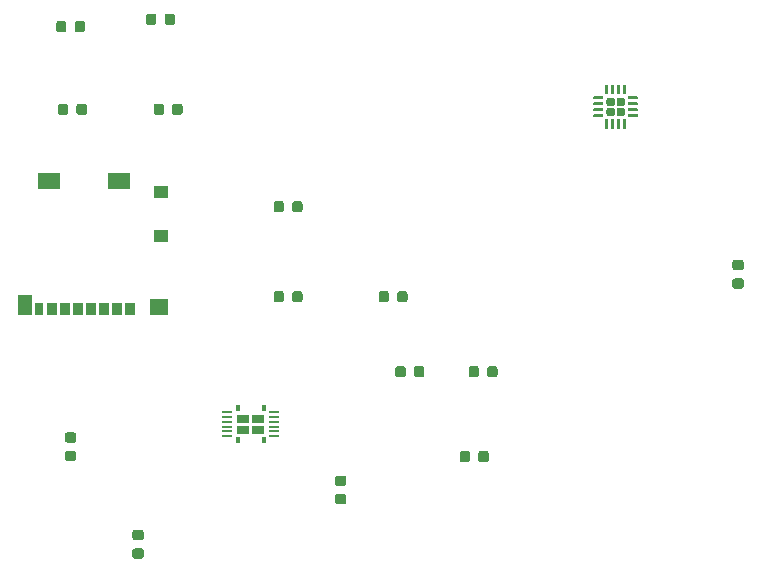
<source format=gtp>
G04 #@! TF.GenerationSoftware,KiCad,Pcbnew,(5.1.5)-3*
G04 #@! TF.CreationDate,2020-03-03T13:48:05-08:00*
G04 #@! TF.ProjectId,capstonemki,63617073-746f-46e6-956d-6b692e6b6963,rev?*
G04 #@! TF.SameCoordinates,Original*
G04 #@! TF.FileFunction,Paste,Top*
G04 #@! TF.FilePolarity,Positive*
%FSLAX46Y46*%
G04 Gerber Fmt 4.6, Leading zero omitted, Abs format (unit mm)*
G04 Created by KiCad (PCBNEW (5.1.5)-3) date 2020-03-03 13:48:05*
%MOMM*%
%LPD*%
G04 APERTURE LIST*
%ADD10C,0.100000*%
%ADD11R,1.900000X1.350000*%
%ADD12R,1.200000X1.000000*%
%ADD13R,1.550000X1.350000*%
%ADD14R,1.170000X1.800000*%
%ADD15R,0.850000X1.100000*%
%ADD16R,0.750000X1.100000*%
%ADD17R,0.400000X0.575000*%
%ADD18R,1.100000X0.775000*%
%ADD19R,0.200000X0.200000*%
%ADD20O,0.850000X0.200000*%
G04 APERTURE END LIST*
D10*
G36*
X87272691Y-49576053D02*
G01*
X87293926Y-49579203D01*
X87314750Y-49584419D01*
X87334962Y-49591651D01*
X87354368Y-49600830D01*
X87372781Y-49611866D01*
X87390024Y-49624654D01*
X87405930Y-49639070D01*
X87420346Y-49654976D01*
X87433134Y-49672219D01*
X87444170Y-49690632D01*
X87453349Y-49710038D01*
X87460581Y-49730250D01*
X87465797Y-49751074D01*
X87468947Y-49772309D01*
X87470000Y-49793750D01*
X87470000Y-50231250D01*
X87468947Y-50252691D01*
X87465797Y-50273926D01*
X87460581Y-50294750D01*
X87453349Y-50314962D01*
X87444170Y-50334368D01*
X87433134Y-50352781D01*
X87420346Y-50370024D01*
X87405930Y-50385930D01*
X87390024Y-50400346D01*
X87372781Y-50413134D01*
X87354368Y-50424170D01*
X87334962Y-50433349D01*
X87314750Y-50440581D01*
X87293926Y-50445797D01*
X87272691Y-50448947D01*
X87251250Y-50450000D01*
X86738750Y-50450000D01*
X86717309Y-50448947D01*
X86696074Y-50445797D01*
X86675250Y-50440581D01*
X86655038Y-50433349D01*
X86635632Y-50424170D01*
X86617219Y-50413134D01*
X86599976Y-50400346D01*
X86584070Y-50385930D01*
X86569654Y-50370024D01*
X86556866Y-50352781D01*
X86545830Y-50334368D01*
X86536651Y-50314962D01*
X86529419Y-50294750D01*
X86524203Y-50273926D01*
X86521053Y-50252691D01*
X86520000Y-50231250D01*
X86520000Y-49793750D01*
X86521053Y-49772309D01*
X86524203Y-49751074D01*
X86529419Y-49730250D01*
X86536651Y-49710038D01*
X86545830Y-49690632D01*
X86556866Y-49672219D01*
X86569654Y-49654976D01*
X86584070Y-49639070D01*
X86599976Y-49624654D01*
X86617219Y-49611866D01*
X86635632Y-49600830D01*
X86655038Y-49591651D01*
X86675250Y-49584419D01*
X86696074Y-49579203D01*
X86717309Y-49576053D01*
X86738750Y-49575000D01*
X87251250Y-49575000D01*
X87272691Y-49576053D01*
G37*
G36*
X87272691Y-51151053D02*
G01*
X87293926Y-51154203D01*
X87314750Y-51159419D01*
X87334962Y-51166651D01*
X87354368Y-51175830D01*
X87372781Y-51186866D01*
X87390024Y-51199654D01*
X87405930Y-51214070D01*
X87420346Y-51229976D01*
X87433134Y-51247219D01*
X87444170Y-51265632D01*
X87453349Y-51285038D01*
X87460581Y-51305250D01*
X87465797Y-51326074D01*
X87468947Y-51347309D01*
X87470000Y-51368750D01*
X87470000Y-51806250D01*
X87468947Y-51827691D01*
X87465797Y-51848926D01*
X87460581Y-51869750D01*
X87453349Y-51889962D01*
X87444170Y-51909368D01*
X87433134Y-51927781D01*
X87420346Y-51945024D01*
X87405930Y-51960930D01*
X87390024Y-51975346D01*
X87372781Y-51988134D01*
X87354368Y-51999170D01*
X87334962Y-52008349D01*
X87314750Y-52015581D01*
X87293926Y-52020797D01*
X87272691Y-52023947D01*
X87251250Y-52025000D01*
X86738750Y-52025000D01*
X86717309Y-52023947D01*
X86696074Y-52020797D01*
X86675250Y-52015581D01*
X86655038Y-52008349D01*
X86635632Y-51999170D01*
X86617219Y-51988134D01*
X86599976Y-51975346D01*
X86584070Y-51960930D01*
X86569654Y-51945024D01*
X86556866Y-51927781D01*
X86545830Y-51909368D01*
X86536651Y-51889962D01*
X86529419Y-51869750D01*
X86524203Y-51848926D01*
X86521053Y-51827691D01*
X86520000Y-51806250D01*
X86520000Y-51368750D01*
X86521053Y-51347309D01*
X86524203Y-51326074D01*
X86529419Y-51305250D01*
X86536651Y-51285038D01*
X86545830Y-51265632D01*
X86556866Y-51247219D01*
X86569654Y-51229976D01*
X86584070Y-51214070D01*
X86599976Y-51199654D01*
X86617219Y-51186866D01*
X86635632Y-51175830D01*
X86655038Y-51166651D01*
X86675250Y-51159419D01*
X86696074Y-51154203D01*
X86717309Y-51151053D01*
X86738750Y-51150000D01*
X87251250Y-51150000D01*
X87272691Y-51151053D01*
G37*
G36*
X78443626Y-35745301D02*
G01*
X78449693Y-35746201D01*
X78455643Y-35747691D01*
X78461418Y-35749758D01*
X78466962Y-35752380D01*
X78472223Y-35755533D01*
X78477150Y-35759187D01*
X78481694Y-35763306D01*
X78485813Y-35767850D01*
X78489467Y-35772777D01*
X78492620Y-35778038D01*
X78495242Y-35783582D01*
X78497309Y-35789357D01*
X78498799Y-35795307D01*
X78499699Y-35801374D01*
X78500000Y-35807500D01*
X78500000Y-35932500D01*
X78499699Y-35938626D01*
X78498799Y-35944693D01*
X78497309Y-35950643D01*
X78495242Y-35956418D01*
X78492620Y-35961962D01*
X78489467Y-35967223D01*
X78485813Y-35972150D01*
X78481694Y-35976694D01*
X78477150Y-35980813D01*
X78472223Y-35984467D01*
X78466962Y-35987620D01*
X78461418Y-35990242D01*
X78455643Y-35992309D01*
X78449693Y-35993799D01*
X78443626Y-35994699D01*
X78437500Y-35995000D01*
X77737500Y-35995000D01*
X77731374Y-35994699D01*
X77725307Y-35993799D01*
X77719357Y-35992309D01*
X77713582Y-35990242D01*
X77708038Y-35987620D01*
X77702777Y-35984467D01*
X77697850Y-35980813D01*
X77693306Y-35976694D01*
X77689187Y-35972150D01*
X77685533Y-35967223D01*
X77682380Y-35961962D01*
X77679758Y-35956418D01*
X77677691Y-35950643D01*
X77676201Y-35944693D01*
X77675301Y-35938626D01*
X77675000Y-35932500D01*
X77675000Y-35807500D01*
X77675301Y-35801374D01*
X77676201Y-35795307D01*
X77677691Y-35789357D01*
X77679758Y-35783582D01*
X77682380Y-35778038D01*
X77685533Y-35772777D01*
X77689187Y-35767850D01*
X77693306Y-35763306D01*
X77697850Y-35759187D01*
X77702777Y-35755533D01*
X77708038Y-35752380D01*
X77713582Y-35749758D01*
X77719357Y-35747691D01*
X77725307Y-35746201D01*
X77731374Y-35745301D01*
X77737500Y-35745000D01*
X78437500Y-35745000D01*
X78443626Y-35745301D01*
G37*
G36*
X78443626Y-36245301D02*
G01*
X78449693Y-36246201D01*
X78455643Y-36247691D01*
X78461418Y-36249758D01*
X78466962Y-36252380D01*
X78472223Y-36255533D01*
X78477150Y-36259187D01*
X78481694Y-36263306D01*
X78485813Y-36267850D01*
X78489467Y-36272777D01*
X78492620Y-36278038D01*
X78495242Y-36283582D01*
X78497309Y-36289357D01*
X78498799Y-36295307D01*
X78499699Y-36301374D01*
X78500000Y-36307500D01*
X78500000Y-36432500D01*
X78499699Y-36438626D01*
X78498799Y-36444693D01*
X78497309Y-36450643D01*
X78495242Y-36456418D01*
X78492620Y-36461962D01*
X78489467Y-36467223D01*
X78485813Y-36472150D01*
X78481694Y-36476694D01*
X78477150Y-36480813D01*
X78472223Y-36484467D01*
X78466962Y-36487620D01*
X78461418Y-36490242D01*
X78455643Y-36492309D01*
X78449693Y-36493799D01*
X78443626Y-36494699D01*
X78437500Y-36495000D01*
X77737500Y-36495000D01*
X77731374Y-36494699D01*
X77725307Y-36493799D01*
X77719357Y-36492309D01*
X77713582Y-36490242D01*
X77708038Y-36487620D01*
X77702777Y-36484467D01*
X77697850Y-36480813D01*
X77693306Y-36476694D01*
X77689187Y-36472150D01*
X77685533Y-36467223D01*
X77682380Y-36461962D01*
X77679758Y-36456418D01*
X77677691Y-36450643D01*
X77676201Y-36444693D01*
X77675301Y-36438626D01*
X77675000Y-36432500D01*
X77675000Y-36307500D01*
X77675301Y-36301374D01*
X77676201Y-36295307D01*
X77677691Y-36289357D01*
X77679758Y-36283582D01*
X77682380Y-36278038D01*
X77685533Y-36272777D01*
X77689187Y-36267850D01*
X77693306Y-36263306D01*
X77697850Y-36259187D01*
X77702777Y-36255533D01*
X77708038Y-36252380D01*
X77713582Y-36249758D01*
X77719357Y-36247691D01*
X77725307Y-36246201D01*
X77731374Y-36245301D01*
X77737500Y-36245000D01*
X78437500Y-36245000D01*
X78443626Y-36245301D01*
G37*
G36*
X78443626Y-36745301D02*
G01*
X78449693Y-36746201D01*
X78455643Y-36747691D01*
X78461418Y-36749758D01*
X78466962Y-36752380D01*
X78472223Y-36755533D01*
X78477150Y-36759187D01*
X78481694Y-36763306D01*
X78485813Y-36767850D01*
X78489467Y-36772777D01*
X78492620Y-36778038D01*
X78495242Y-36783582D01*
X78497309Y-36789357D01*
X78498799Y-36795307D01*
X78499699Y-36801374D01*
X78500000Y-36807500D01*
X78500000Y-36932500D01*
X78499699Y-36938626D01*
X78498799Y-36944693D01*
X78497309Y-36950643D01*
X78495242Y-36956418D01*
X78492620Y-36961962D01*
X78489467Y-36967223D01*
X78485813Y-36972150D01*
X78481694Y-36976694D01*
X78477150Y-36980813D01*
X78472223Y-36984467D01*
X78466962Y-36987620D01*
X78461418Y-36990242D01*
X78455643Y-36992309D01*
X78449693Y-36993799D01*
X78443626Y-36994699D01*
X78437500Y-36995000D01*
X77737500Y-36995000D01*
X77731374Y-36994699D01*
X77725307Y-36993799D01*
X77719357Y-36992309D01*
X77713582Y-36990242D01*
X77708038Y-36987620D01*
X77702777Y-36984467D01*
X77697850Y-36980813D01*
X77693306Y-36976694D01*
X77689187Y-36972150D01*
X77685533Y-36967223D01*
X77682380Y-36961962D01*
X77679758Y-36956418D01*
X77677691Y-36950643D01*
X77676201Y-36944693D01*
X77675301Y-36938626D01*
X77675000Y-36932500D01*
X77675000Y-36807500D01*
X77675301Y-36801374D01*
X77676201Y-36795307D01*
X77677691Y-36789357D01*
X77679758Y-36783582D01*
X77682380Y-36778038D01*
X77685533Y-36772777D01*
X77689187Y-36767850D01*
X77693306Y-36763306D01*
X77697850Y-36759187D01*
X77702777Y-36755533D01*
X77708038Y-36752380D01*
X77713582Y-36749758D01*
X77719357Y-36747691D01*
X77725307Y-36746201D01*
X77731374Y-36745301D01*
X77737500Y-36745000D01*
X78437500Y-36745000D01*
X78443626Y-36745301D01*
G37*
G36*
X78443626Y-37245301D02*
G01*
X78449693Y-37246201D01*
X78455643Y-37247691D01*
X78461418Y-37249758D01*
X78466962Y-37252380D01*
X78472223Y-37255533D01*
X78477150Y-37259187D01*
X78481694Y-37263306D01*
X78485813Y-37267850D01*
X78489467Y-37272777D01*
X78492620Y-37278038D01*
X78495242Y-37283582D01*
X78497309Y-37289357D01*
X78498799Y-37295307D01*
X78499699Y-37301374D01*
X78500000Y-37307500D01*
X78500000Y-37432500D01*
X78499699Y-37438626D01*
X78498799Y-37444693D01*
X78497309Y-37450643D01*
X78495242Y-37456418D01*
X78492620Y-37461962D01*
X78489467Y-37467223D01*
X78485813Y-37472150D01*
X78481694Y-37476694D01*
X78477150Y-37480813D01*
X78472223Y-37484467D01*
X78466962Y-37487620D01*
X78461418Y-37490242D01*
X78455643Y-37492309D01*
X78449693Y-37493799D01*
X78443626Y-37494699D01*
X78437500Y-37495000D01*
X77737500Y-37495000D01*
X77731374Y-37494699D01*
X77725307Y-37493799D01*
X77719357Y-37492309D01*
X77713582Y-37490242D01*
X77708038Y-37487620D01*
X77702777Y-37484467D01*
X77697850Y-37480813D01*
X77693306Y-37476694D01*
X77689187Y-37472150D01*
X77685533Y-37467223D01*
X77682380Y-37461962D01*
X77679758Y-37456418D01*
X77677691Y-37450643D01*
X77676201Y-37444693D01*
X77675301Y-37438626D01*
X77675000Y-37432500D01*
X77675000Y-37307500D01*
X77675301Y-37301374D01*
X77676201Y-37295307D01*
X77677691Y-37289357D01*
X77679758Y-37283582D01*
X77682380Y-37278038D01*
X77685533Y-37272777D01*
X77689187Y-37267850D01*
X77693306Y-37263306D01*
X77697850Y-37259187D01*
X77702777Y-37255533D01*
X77708038Y-37252380D01*
X77713582Y-37249758D01*
X77719357Y-37247691D01*
X77725307Y-37246201D01*
X77731374Y-37245301D01*
X77737500Y-37245000D01*
X78437500Y-37245000D01*
X78443626Y-37245301D01*
G37*
G36*
X77443626Y-37670301D02*
G01*
X77449693Y-37671201D01*
X77455643Y-37672691D01*
X77461418Y-37674758D01*
X77466962Y-37677380D01*
X77472223Y-37680533D01*
X77477150Y-37684187D01*
X77481694Y-37688306D01*
X77485813Y-37692850D01*
X77489467Y-37697777D01*
X77492620Y-37703038D01*
X77495242Y-37708582D01*
X77497309Y-37714357D01*
X77498799Y-37720307D01*
X77499699Y-37726374D01*
X77500000Y-37732500D01*
X77500000Y-38432500D01*
X77499699Y-38438626D01*
X77498799Y-38444693D01*
X77497309Y-38450643D01*
X77495242Y-38456418D01*
X77492620Y-38461962D01*
X77489467Y-38467223D01*
X77485813Y-38472150D01*
X77481694Y-38476694D01*
X77477150Y-38480813D01*
X77472223Y-38484467D01*
X77466962Y-38487620D01*
X77461418Y-38490242D01*
X77455643Y-38492309D01*
X77449693Y-38493799D01*
X77443626Y-38494699D01*
X77437500Y-38495000D01*
X77312500Y-38495000D01*
X77306374Y-38494699D01*
X77300307Y-38493799D01*
X77294357Y-38492309D01*
X77288582Y-38490242D01*
X77283038Y-38487620D01*
X77277777Y-38484467D01*
X77272850Y-38480813D01*
X77268306Y-38476694D01*
X77264187Y-38472150D01*
X77260533Y-38467223D01*
X77257380Y-38461962D01*
X77254758Y-38456418D01*
X77252691Y-38450643D01*
X77251201Y-38444693D01*
X77250301Y-38438626D01*
X77250000Y-38432500D01*
X77250000Y-37732500D01*
X77250301Y-37726374D01*
X77251201Y-37720307D01*
X77252691Y-37714357D01*
X77254758Y-37708582D01*
X77257380Y-37703038D01*
X77260533Y-37697777D01*
X77264187Y-37692850D01*
X77268306Y-37688306D01*
X77272850Y-37684187D01*
X77277777Y-37680533D01*
X77283038Y-37677380D01*
X77288582Y-37674758D01*
X77294357Y-37672691D01*
X77300307Y-37671201D01*
X77306374Y-37670301D01*
X77312500Y-37670000D01*
X77437500Y-37670000D01*
X77443626Y-37670301D01*
G37*
G36*
X76943626Y-37670301D02*
G01*
X76949693Y-37671201D01*
X76955643Y-37672691D01*
X76961418Y-37674758D01*
X76966962Y-37677380D01*
X76972223Y-37680533D01*
X76977150Y-37684187D01*
X76981694Y-37688306D01*
X76985813Y-37692850D01*
X76989467Y-37697777D01*
X76992620Y-37703038D01*
X76995242Y-37708582D01*
X76997309Y-37714357D01*
X76998799Y-37720307D01*
X76999699Y-37726374D01*
X77000000Y-37732500D01*
X77000000Y-38432500D01*
X76999699Y-38438626D01*
X76998799Y-38444693D01*
X76997309Y-38450643D01*
X76995242Y-38456418D01*
X76992620Y-38461962D01*
X76989467Y-38467223D01*
X76985813Y-38472150D01*
X76981694Y-38476694D01*
X76977150Y-38480813D01*
X76972223Y-38484467D01*
X76966962Y-38487620D01*
X76961418Y-38490242D01*
X76955643Y-38492309D01*
X76949693Y-38493799D01*
X76943626Y-38494699D01*
X76937500Y-38495000D01*
X76812500Y-38495000D01*
X76806374Y-38494699D01*
X76800307Y-38493799D01*
X76794357Y-38492309D01*
X76788582Y-38490242D01*
X76783038Y-38487620D01*
X76777777Y-38484467D01*
X76772850Y-38480813D01*
X76768306Y-38476694D01*
X76764187Y-38472150D01*
X76760533Y-38467223D01*
X76757380Y-38461962D01*
X76754758Y-38456418D01*
X76752691Y-38450643D01*
X76751201Y-38444693D01*
X76750301Y-38438626D01*
X76750000Y-38432500D01*
X76750000Y-37732500D01*
X76750301Y-37726374D01*
X76751201Y-37720307D01*
X76752691Y-37714357D01*
X76754758Y-37708582D01*
X76757380Y-37703038D01*
X76760533Y-37697777D01*
X76764187Y-37692850D01*
X76768306Y-37688306D01*
X76772850Y-37684187D01*
X76777777Y-37680533D01*
X76783038Y-37677380D01*
X76788582Y-37674758D01*
X76794357Y-37672691D01*
X76800307Y-37671201D01*
X76806374Y-37670301D01*
X76812500Y-37670000D01*
X76937500Y-37670000D01*
X76943626Y-37670301D01*
G37*
G36*
X76443626Y-37670301D02*
G01*
X76449693Y-37671201D01*
X76455643Y-37672691D01*
X76461418Y-37674758D01*
X76466962Y-37677380D01*
X76472223Y-37680533D01*
X76477150Y-37684187D01*
X76481694Y-37688306D01*
X76485813Y-37692850D01*
X76489467Y-37697777D01*
X76492620Y-37703038D01*
X76495242Y-37708582D01*
X76497309Y-37714357D01*
X76498799Y-37720307D01*
X76499699Y-37726374D01*
X76500000Y-37732500D01*
X76500000Y-38432500D01*
X76499699Y-38438626D01*
X76498799Y-38444693D01*
X76497309Y-38450643D01*
X76495242Y-38456418D01*
X76492620Y-38461962D01*
X76489467Y-38467223D01*
X76485813Y-38472150D01*
X76481694Y-38476694D01*
X76477150Y-38480813D01*
X76472223Y-38484467D01*
X76466962Y-38487620D01*
X76461418Y-38490242D01*
X76455643Y-38492309D01*
X76449693Y-38493799D01*
X76443626Y-38494699D01*
X76437500Y-38495000D01*
X76312500Y-38495000D01*
X76306374Y-38494699D01*
X76300307Y-38493799D01*
X76294357Y-38492309D01*
X76288582Y-38490242D01*
X76283038Y-38487620D01*
X76277777Y-38484467D01*
X76272850Y-38480813D01*
X76268306Y-38476694D01*
X76264187Y-38472150D01*
X76260533Y-38467223D01*
X76257380Y-38461962D01*
X76254758Y-38456418D01*
X76252691Y-38450643D01*
X76251201Y-38444693D01*
X76250301Y-38438626D01*
X76250000Y-38432500D01*
X76250000Y-37732500D01*
X76250301Y-37726374D01*
X76251201Y-37720307D01*
X76252691Y-37714357D01*
X76254758Y-37708582D01*
X76257380Y-37703038D01*
X76260533Y-37697777D01*
X76264187Y-37692850D01*
X76268306Y-37688306D01*
X76272850Y-37684187D01*
X76277777Y-37680533D01*
X76283038Y-37677380D01*
X76288582Y-37674758D01*
X76294357Y-37672691D01*
X76300307Y-37671201D01*
X76306374Y-37670301D01*
X76312500Y-37670000D01*
X76437500Y-37670000D01*
X76443626Y-37670301D01*
G37*
G36*
X75943626Y-37670301D02*
G01*
X75949693Y-37671201D01*
X75955643Y-37672691D01*
X75961418Y-37674758D01*
X75966962Y-37677380D01*
X75972223Y-37680533D01*
X75977150Y-37684187D01*
X75981694Y-37688306D01*
X75985813Y-37692850D01*
X75989467Y-37697777D01*
X75992620Y-37703038D01*
X75995242Y-37708582D01*
X75997309Y-37714357D01*
X75998799Y-37720307D01*
X75999699Y-37726374D01*
X76000000Y-37732500D01*
X76000000Y-38432500D01*
X75999699Y-38438626D01*
X75998799Y-38444693D01*
X75997309Y-38450643D01*
X75995242Y-38456418D01*
X75992620Y-38461962D01*
X75989467Y-38467223D01*
X75985813Y-38472150D01*
X75981694Y-38476694D01*
X75977150Y-38480813D01*
X75972223Y-38484467D01*
X75966962Y-38487620D01*
X75961418Y-38490242D01*
X75955643Y-38492309D01*
X75949693Y-38493799D01*
X75943626Y-38494699D01*
X75937500Y-38495000D01*
X75812500Y-38495000D01*
X75806374Y-38494699D01*
X75800307Y-38493799D01*
X75794357Y-38492309D01*
X75788582Y-38490242D01*
X75783038Y-38487620D01*
X75777777Y-38484467D01*
X75772850Y-38480813D01*
X75768306Y-38476694D01*
X75764187Y-38472150D01*
X75760533Y-38467223D01*
X75757380Y-38461962D01*
X75754758Y-38456418D01*
X75752691Y-38450643D01*
X75751201Y-38444693D01*
X75750301Y-38438626D01*
X75750000Y-38432500D01*
X75750000Y-37732500D01*
X75750301Y-37726374D01*
X75751201Y-37720307D01*
X75752691Y-37714357D01*
X75754758Y-37708582D01*
X75757380Y-37703038D01*
X75760533Y-37697777D01*
X75764187Y-37692850D01*
X75768306Y-37688306D01*
X75772850Y-37684187D01*
X75777777Y-37680533D01*
X75783038Y-37677380D01*
X75788582Y-37674758D01*
X75794357Y-37672691D01*
X75800307Y-37671201D01*
X75806374Y-37670301D01*
X75812500Y-37670000D01*
X75937500Y-37670000D01*
X75943626Y-37670301D01*
G37*
G36*
X75518626Y-37245301D02*
G01*
X75524693Y-37246201D01*
X75530643Y-37247691D01*
X75536418Y-37249758D01*
X75541962Y-37252380D01*
X75547223Y-37255533D01*
X75552150Y-37259187D01*
X75556694Y-37263306D01*
X75560813Y-37267850D01*
X75564467Y-37272777D01*
X75567620Y-37278038D01*
X75570242Y-37283582D01*
X75572309Y-37289357D01*
X75573799Y-37295307D01*
X75574699Y-37301374D01*
X75575000Y-37307500D01*
X75575000Y-37432500D01*
X75574699Y-37438626D01*
X75573799Y-37444693D01*
X75572309Y-37450643D01*
X75570242Y-37456418D01*
X75567620Y-37461962D01*
X75564467Y-37467223D01*
X75560813Y-37472150D01*
X75556694Y-37476694D01*
X75552150Y-37480813D01*
X75547223Y-37484467D01*
X75541962Y-37487620D01*
X75536418Y-37490242D01*
X75530643Y-37492309D01*
X75524693Y-37493799D01*
X75518626Y-37494699D01*
X75512500Y-37495000D01*
X74812500Y-37495000D01*
X74806374Y-37494699D01*
X74800307Y-37493799D01*
X74794357Y-37492309D01*
X74788582Y-37490242D01*
X74783038Y-37487620D01*
X74777777Y-37484467D01*
X74772850Y-37480813D01*
X74768306Y-37476694D01*
X74764187Y-37472150D01*
X74760533Y-37467223D01*
X74757380Y-37461962D01*
X74754758Y-37456418D01*
X74752691Y-37450643D01*
X74751201Y-37444693D01*
X74750301Y-37438626D01*
X74750000Y-37432500D01*
X74750000Y-37307500D01*
X74750301Y-37301374D01*
X74751201Y-37295307D01*
X74752691Y-37289357D01*
X74754758Y-37283582D01*
X74757380Y-37278038D01*
X74760533Y-37272777D01*
X74764187Y-37267850D01*
X74768306Y-37263306D01*
X74772850Y-37259187D01*
X74777777Y-37255533D01*
X74783038Y-37252380D01*
X74788582Y-37249758D01*
X74794357Y-37247691D01*
X74800307Y-37246201D01*
X74806374Y-37245301D01*
X74812500Y-37245000D01*
X75512500Y-37245000D01*
X75518626Y-37245301D01*
G37*
G36*
X75518626Y-36745301D02*
G01*
X75524693Y-36746201D01*
X75530643Y-36747691D01*
X75536418Y-36749758D01*
X75541962Y-36752380D01*
X75547223Y-36755533D01*
X75552150Y-36759187D01*
X75556694Y-36763306D01*
X75560813Y-36767850D01*
X75564467Y-36772777D01*
X75567620Y-36778038D01*
X75570242Y-36783582D01*
X75572309Y-36789357D01*
X75573799Y-36795307D01*
X75574699Y-36801374D01*
X75575000Y-36807500D01*
X75575000Y-36932500D01*
X75574699Y-36938626D01*
X75573799Y-36944693D01*
X75572309Y-36950643D01*
X75570242Y-36956418D01*
X75567620Y-36961962D01*
X75564467Y-36967223D01*
X75560813Y-36972150D01*
X75556694Y-36976694D01*
X75552150Y-36980813D01*
X75547223Y-36984467D01*
X75541962Y-36987620D01*
X75536418Y-36990242D01*
X75530643Y-36992309D01*
X75524693Y-36993799D01*
X75518626Y-36994699D01*
X75512500Y-36995000D01*
X74812500Y-36995000D01*
X74806374Y-36994699D01*
X74800307Y-36993799D01*
X74794357Y-36992309D01*
X74788582Y-36990242D01*
X74783038Y-36987620D01*
X74777777Y-36984467D01*
X74772850Y-36980813D01*
X74768306Y-36976694D01*
X74764187Y-36972150D01*
X74760533Y-36967223D01*
X74757380Y-36961962D01*
X74754758Y-36956418D01*
X74752691Y-36950643D01*
X74751201Y-36944693D01*
X74750301Y-36938626D01*
X74750000Y-36932500D01*
X74750000Y-36807500D01*
X74750301Y-36801374D01*
X74751201Y-36795307D01*
X74752691Y-36789357D01*
X74754758Y-36783582D01*
X74757380Y-36778038D01*
X74760533Y-36772777D01*
X74764187Y-36767850D01*
X74768306Y-36763306D01*
X74772850Y-36759187D01*
X74777777Y-36755533D01*
X74783038Y-36752380D01*
X74788582Y-36749758D01*
X74794357Y-36747691D01*
X74800307Y-36746201D01*
X74806374Y-36745301D01*
X74812500Y-36745000D01*
X75512500Y-36745000D01*
X75518626Y-36745301D01*
G37*
G36*
X75518626Y-36245301D02*
G01*
X75524693Y-36246201D01*
X75530643Y-36247691D01*
X75536418Y-36249758D01*
X75541962Y-36252380D01*
X75547223Y-36255533D01*
X75552150Y-36259187D01*
X75556694Y-36263306D01*
X75560813Y-36267850D01*
X75564467Y-36272777D01*
X75567620Y-36278038D01*
X75570242Y-36283582D01*
X75572309Y-36289357D01*
X75573799Y-36295307D01*
X75574699Y-36301374D01*
X75575000Y-36307500D01*
X75575000Y-36432500D01*
X75574699Y-36438626D01*
X75573799Y-36444693D01*
X75572309Y-36450643D01*
X75570242Y-36456418D01*
X75567620Y-36461962D01*
X75564467Y-36467223D01*
X75560813Y-36472150D01*
X75556694Y-36476694D01*
X75552150Y-36480813D01*
X75547223Y-36484467D01*
X75541962Y-36487620D01*
X75536418Y-36490242D01*
X75530643Y-36492309D01*
X75524693Y-36493799D01*
X75518626Y-36494699D01*
X75512500Y-36495000D01*
X74812500Y-36495000D01*
X74806374Y-36494699D01*
X74800307Y-36493799D01*
X74794357Y-36492309D01*
X74788582Y-36490242D01*
X74783038Y-36487620D01*
X74777777Y-36484467D01*
X74772850Y-36480813D01*
X74768306Y-36476694D01*
X74764187Y-36472150D01*
X74760533Y-36467223D01*
X74757380Y-36461962D01*
X74754758Y-36456418D01*
X74752691Y-36450643D01*
X74751201Y-36444693D01*
X74750301Y-36438626D01*
X74750000Y-36432500D01*
X74750000Y-36307500D01*
X74750301Y-36301374D01*
X74751201Y-36295307D01*
X74752691Y-36289357D01*
X74754758Y-36283582D01*
X74757380Y-36278038D01*
X74760533Y-36272777D01*
X74764187Y-36267850D01*
X74768306Y-36263306D01*
X74772850Y-36259187D01*
X74777777Y-36255533D01*
X74783038Y-36252380D01*
X74788582Y-36249758D01*
X74794357Y-36247691D01*
X74800307Y-36246201D01*
X74806374Y-36245301D01*
X74812500Y-36245000D01*
X75512500Y-36245000D01*
X75518626Y-36245301D01*
G37*
G36*
X75518626Y-35745301D02*
G01*
X75524693Y-35746201D01*
X75530643Y-35747691D01*
X75536418Y-35749758D01*
X75541962Y-35752380D01*
X75547223Y-35755533D01*
X75552150Y-35759187D01*
X75556694Y-35763306D01*
X75560813Y-35767850D01*
X75564467Y-35772777D01*
X75567620Y-35778038D01*
X75570242Y-35783582D01*
X75572309Y-35789357D01*
X75573799Y-35795307D01*
X75574699Y-35801374D01*
X75575000Y-35807500D01*
X75575000Y-35932500D01*
X75574699Y-35938626D01*
X75573799Y-35944693D01*
X75572309Y-35950643D01*
X75570242Y-35956418D01*
X75567620Y-35961962D01*
X75564467Y-35967223D01*
X75560813Y-35972150D01*
X75556694Y-35976694D01*
X75552150Y-35980813D01*
X75547223Y-35984467D01*
X75541962Y-35987620D01*
X75536418Y-35990242D01*
X75530643Y-35992309D01*
X75524693Y-35993799D01*
X75518626Y-35994699D01*
X75512500Y-35995000D01*
X74812500Y-35995000D01*
X74806374Y-35994699D01*
X74800307Y-35993799D01*
X74794357Y-35992309D01*
X74788582Y-35990242D01*
X74783038Y-35987620D01*
X74777777Y-35984467D01*
X74772850Y-35980813D01*
X74768306Y-35976694D01*
X74764187Y-35972150D01*
X74760533Y-35967223D01*
X74757380Y-35961962D01*
X74754758Y-35956418D01*
X74752691Y-35950643D01*
X74751201Y-35944693D01*
X74750301Y-35938626D01*
X74750000Y-35932500D01*
X74750000Y-35807500D01*
X74750301Y-35801374D01*
X74751201Y-35795307D01*
X74752691Y-35789357D01*
X74754758Y-35783582D01*
X74757380Y-35778038D01*
X74760533Y-35772777D01*
X74764187Y-35767850D01*
X74768306Y-35763306D01*
X74772850Y-35759187D01*
X74777777Y-35755533D01*
X74783038Y-35752380D01*
X74788582Y-35749758D01*
X74794357Y-35747691D01*
X74800307Y-35746201D01*
X74806374Y-35745301D01*
X74812500Y-35745000D01*
X75512500Y-35745000D01*
X75518626Y-35745301D01*
G37*
G36*
X75943626Y-34745301D02*
G01*
X75949693Y-34746201D01*
X75955643Y-34747691D01*
X75961418Y-34749758D01*
X75966962Y-34752380D01*
X75972223Y-34755533D01*
X75977150Y-34759187D01*
X75981694Y-34763306D01*
X75985813Y-34767850D01*
X75989467Y-34772777D01*
X75992620Y-34778038D01*
X75995242Y-34783582D01*
X75997309Y-34789357D01*
X75998799Y-34795307D01*
X75999699Y-34801374D01*
X76000000Y-34807500D01*
X76000000Y-35507500D01*
X75999699Y-35513626D01*
X75998799Y-35519693D01*
X75997309Y-35525643D01*
X75995242Y-35531418D01*
X75992620Y-35536962D01*
X75989467Y-35542223D01*
X75985813Y-35547150D01*
X75981694Y-35551694D01*
X75977150Y-35555813D01*
X75972223Y-35559467D01*
X75966962Y-35562620D01*
X75961418Y-35565242D01*
X75955643Y-35567309D01*
X75949693Y-35568799D01*
X75943626Y-35569699D01*
X75937500Y-35570000D01*
X75812500Y-35570000D01*
X75806374Y-35569699D01*
X75800307Y-35568799D01*
X75794357Y-35567309D01*
X75788582Y-35565242D01*
X75783038Y-35562620D01*
X75777777Y-35559467D01*
X75772850Y-35555813D01*
X75768306Y-35551694D01*
X75764187Y-35547150D01*
X75760533Y-35542223D01*
X75757380Y-35536962D01*
X75754758Y-35531418D01*
X75752691Y-35525643D01*
X75751201Y-35519693D01*
X75750301Y-35513626D01*
X75750000Y-35507500D01*
X75750000Y-34807500D01*
X75750301Y-34801374D01*
X75751201Y-34795307D01*
X75752691Y-34789357D01*
X75754758Y-34783582D01*
X75757380Y-34778038D01*
X75760533Y-34772777D01*
X75764187Y-34767850D01*
X75768306Y-34763306D01*
X75772850Y-34759187D01*
X75777777Y-34755533D01*
X75783038Y-34752380D01*
X75788582Y-34749758D01*
X75794357Y-34747691D01*
X75800307Y-34746201D01*
X75806374Y-34745301D01*
X75812500Y-34745000D01*
X75937500Y-34745000D01*
X75943626Y-34745301D01*
G37*
G36*
X76443626Y-34745301D02*
G01*
X76449693Y-34746201D01*
X76455643Y-34747691D01*
X76461418Y-34749758D01*
X76466962Y-34752380D01*
X76472223Y-34755533D01*
X76477150Y-34759187D01*
X76481694Y-34763306D01*
X76485813Y-34767850D01*
X76489467Y-34772777D01*
X76492620Y-34778038D01*
X76495242Y-34783582D01*
X76497309Y-34789357D01*
X76498799Y-34795307D01*
X76499699Y-34801374D01*
X76500000Y-34807500D01*
X76500000Y-35507500D01*
X76499699Y-35513626D01*
X76498799Y-35519693D01*
X76497309Y-35525643D01*
X76495242Y-35531418D01*
X76492620Y-35536962D01*
X76489467Y-35542223D01*
X76485813Y-35547150D01*
X76481694Y-35551694D01*
X76477150Y-35555813D01*
X76472223Y-35559467D01*
X76466962Y-35562620D01*
X76461418Y-35565242D01*
X76455643Y-35567309D01*
X76449693Y-35568799D01*
X76443626Y-35569699D01*
X76437500Y-35570000D01*
X76312500Y-35570000D01*
X76306374Y-35569699D01*
X76300307Y-35568799D01*
X76294357Y-35567309D01*
X76288582Y-35565242D01*
X76283038Y-35562620D01*
X76277777Y-35559467D01*
X76272850Y-35555813D01*
X76268306Y-35551694D01*
X76264187Y-35547150D01*
X76260533Y-35542223D01*
X76257380Y-35536962D01*
X76254758Y-35531418D01*
X76252691Y-35525643D01*
X76251201Y-35519693D01*
X76250301Y-35513626D01*
X76250000Y-35507500D01*
X76250000Y-34807500D01*
X76250301Y-34801374D01*
X76251201Y-34795307D01*
X76252691Y-34789357D01*
X76254758Y-34783582D01*
X76257380Y-34778038D01*
X76260533Y-34772777D01*
X76264187Y-34767850D01*
X76268306Y-34763306D01*
X76272850Y-34759187D01*
X76277777Y-34755533D01*
X76283038Y-34752380D01*
X76288582Y-34749758D01*
X76294357Y-34747691D01*
X76300307Y-34746201D01*
X76306374Y-34745301D01*
X76312500Y-34745000D01*
X76437500Y-34745000D01*
X76443626Y-34745301D01*
G37*
G36*
X76943626Y-34745301D02*
G01*
X76949693Y-34746201D01*
X76955643Y-34747691D01*
X76961418Y-34749758D01*
X76966962Y-34752380D01*
X76972223Y-34755533D01*
X76977150Y-34759187D01*
X76981694Y-34763306D01*
X76985813Y-34767850D01*
X76989467Y-34772777D01*
X76992620Y-34778038D01*
X76995242Y-34783582D01*
X76997309Y-34789357D01*
X76998799Y-34795307D01*
X76999699Y-34801374D01*
X77000000Y-34807500D01*
X77000000Y-35507500D01*
X76999699Y-35513626D01*
X76998799Y-35519693D01*
X76997309Y-35525643D01*
X76995242Y-35531418D01*
X76992620Y-35536962D01*
X76989467Y-35542223D01*
X76985813Y-35547150D01*
X76981694Y-35551694D01*
X76977150Y-35555813D01*
X76972223Y-35559467D01*
X76966962Y-35562620D01*
X76961418Y-35565242D01*
X76955643Y-35567309D01*
X76949693Y-35568799D01*
X76943626Y-35569699D01*
X76937500Y-35570000D01*
X76812500Y-35570000D01*
X76806374Y-35569699D01*
X76800307Y-35568799D01*
X76794357Y-35567309D01*
X76788582Y-35565242D01*
X76783038Y-35562620D01*
X76777777Y-35559467D01*
X76772850Y-35555813D01*
X76768306Y-35551694D01*
X76764187Y-35547150D01*
X76760533Y-35542223D01*
X76757380Y-35536962D01*
X76754758Y-35531418D01*
X76752691Y-35525643D01*
X76751201Y-35519693D01*
X76750301Y-35513626D01*
X76750000Y-35507500D01*
X76750000Y-34807500D01*
X76750301Y-34801374D01*
X76751201Y-34795307D01*
X76752691Y-34789357D01*
X76754758Y-34783582D01*
X76757380Y-34778038D01*
X76760533Y-34772777D01*
X76764187Y-34767850D01*
X76768306Y-34763306D01*
X76772850Y-34759187D01*
X76777777Y-34755533D01*
X76783038Y-34752380D01*
X76788582Y-34749758D01*
X76794357Y-34747691D01*
X76800307Y-34746201D01*
X76806374Y-34745301D01*
X76812500Y-34745000D01*
X76937500Y-34745000D01*
X76943626Y-34745301D01*
G37*
G36*
X77443626Y-34745301D02*
G01*
X77449693Y-34746201D01*
X77455643Y-34747691D01*
X77461418Y-34749758D01*
X77466962Y-34752380D01*
X77472223Y-34755533D01*
X77477150Y-34759187D01*
X77481694Y-34763306D01*
X77485813Y-34767850D01*
X77489467Y-34772777D01*
X77492620Y-34778038D01*
X77495242Y-34783582D01*
X77497309Y-34789357D01*
X77498799Y-34795307D01*
X77499699Y-34801374D01*
X77500000Y-34807500D01*
X77500000Y-35507500D01*
X77499699Y-35513626D01*
X77498799Y-35519693D01*
X77497309Y-35525643D01*
X77495242Y-35531418D01*
X77492620Y-35536962D01*
X77489467Y-35542223D01*
X77485813Y-35547150D01*
X77481694Y-35551694D01*
X77477150Y-35555813D01*
X77472223Y-35559467D01*
X77466962Y-35562620D01*
X77461418Y-35565242D01*
X77455643Y-35567309D01*
X77449693Y-35568799D01*
X77443626Y-35569699D01*
X77437500Y-35570000D01*
X77312500Y-35570000D01*
X77306374Y-35569699D01*
X77300307Y-35568799D01*
X77294357Y-35567309D01*
X77288582Y-35565242D01*
X77283038Y-35562620D01*
X77277777Y-35559467D01*
X77272850Y-35555813D01*
X77268306Y-35551694D01*
X77264187Y-35547150D01*
X77260533Y-35542223D01*
X77257380Y-35536962D01*
X77254758Y-35531418D01*
X77252691Y-35525643D01*
X77251201Y-35519693D01*
X77250301Y-35513626D01*
X77250000Y-35507500D01*
X77250000Y-34807500D01*
X77250301Y-34801374D01*
X77251201Y-34795307D01*
X77252691Y-34789357D01*
X77254758Y-34783582D01*
X77257380Y-34778038D01*
X77260533Y-34772777D01*
X77264187Y-34767850D01*
X77268306Y-34763306D01*
X77272850Y-34759187D01*
X77277777Y-34755533D01*
X77283038Y-34752380D01*
X77288582Y-34749758D01*
X77294357Y-34747691D01*
X77300307Y-34746201D01*
X77306374Y-34745301D01*
X77312500Y-34745000D01*
X77437500Y-34745000D01*
X77443626Y-34745301D01*
G37*
G36*
X76389408Y-36700831D02*
G01*
X76406153Y-36703315D01*
X76422574Y-36707428D01*
X76438513Y-36713131D01*
X76453816Y-36720369D01*
X76468336Y-36729071D01*
X76481933Y-36739156D01*
X76494476Y-36750524D01*
X76505844Y-36763067D01*
X76515929Y-36776664D01*
X76524631Y-36791184D01*
X76531869Y-36806487D01*
X76537572Y-36822426D01*
X76541685Y-36838847D01*
X76544169Y-36855592D01*
X76545000Y-36872500D01*
X76545000Y-37217500D01*
X76544169Y-37234408D01*
X76541685Y-37251153D01*
X76537572Y-37267574D01*
X76531869Y-37283513D01*
X76524631Y-37298816D01*
X76515929Y-37313336D01*
X76505844Y-37326933D01*
X76494476Y-37339476D01*
X76481933Y-37350844D01*
X76468336Y-37360929D01*
X76453816Y-37369631D01*
X76438513Y-37376869D01*
X76422574Y-37382572D01*
X76406153Y-37386685D01*
X76389408Y-37389169D01*
X76372500Y-37390000D01*
X76027500Y-37390000D01*
X76010592Y-37389169D01*
X75993847Y-37386685D01*
X75977426Y-37382572D01*
X75961487Y-37376869D01*
X75946184Y-37369631D01*
X75931664Y-37360929D01*
X75918067Y-37350844D01*
X75905524Y-37339476D01*
X75894156Y-37326933D01*
X75884071Y-37313336D01*
X75875369Y-37298816D01*
X75868131Y-37283513D01*
X75862428Y-37267574D01*
X75858315Y-37251153D01*
X75855831Y-37234408D01*
X75855000Y-37217500D01*
X75855000Y-36872500D01*
X75855831Y-36855592D01*
X75858315Y-36838847D01*
X75862428Y-36822426D01*
X75868131Y-36806487D01*
X75875369Y-36791184D01*
X75884071Y-36776664D01*
X75894156Y-36763067D01*
X75905524Y-36750524D01*
X75918067Y-36739156D01*
X75931664Y-36729071D01*
X75946184Y-36720369D01*
X75961487Y-36713131D01*
X75977426Y-36707428D01*
X75993847Y-36703315D01*
X76010592Y-36700831D01*
X76027500Y-36700000D01*
X76372500Y-36700000D01*
X76389408Y-36700831D01*
G37*
G36*
X77239408Y-36700831D02*
G01*
X77256153Y-36703315D01*
X77272574Y-36707428D01*
X77288513Y-36713131D01*
X77303816Y-36720369D01*
X77318336Y-36729071D01*
X77331933Y-36739156D01*
X77344476Y-36750524D01*
X77355844Y-36763067D01*
X77365929Y-36776664D01*
X77374631Y-36791184D01*
X77381869Y-36806487D01*
X77387572Y-36822426D01*
X77391685Y-36838847D01*
X77394169Y-36855592D01*
X77395000Y-36872500D01*
X77395000Y-37217500D01*
X77394169Y-37234408D01*
X77391685Y-37251153D01*
X77387572Y-37267574D01*
X77381869Y-37283513D01*
X77374631Y-37298816D01*
X77365929Y-37313336D01*
X77355844Y-37326933D01*
X77344476Y-37339476D01*
X77331933Y-37350844D01*
X77318336Y-37360929D01*
X77303816Y-37369631D01*
X77288513Y-37376869D01*
X77272574Y-37382572D01*
X77256153Y-37386685D01*
X77239408Y-37389169D01*
X77222500Y-37390000D01*
X76877500Y-37390000D01*
X76860592Y-37389169D01*
X76843847Y-37386685D01*
X76827426Y-37382572D01*
X76811487Y-37376869D01*
X76796184Y-37369631D01*
X76781664Y-37360929D01*
X76768067Y-37350844D01*
X76755524Y-37339476D01*
X76744156Y-37326933D01*
X76734071Y-37313336D01*
X76725369Y-37298816D01*
X76718131Y-37283513D01*
X76712428Y-37267574D01*
X76708315Y-37251153D01*
X76705831Y-37234408D01*
X76705000Y-37217500D01*
X76705000Y-36872500D01*
X76705831Y-36855592D01*
X76708315Y-36838847D01*
X76712428Y-36822426D01*
X76718131Y-36806487D01*
X76725369Y-36791184D01*
X76734071Y-36776664D01*
X76744156Y-36763067D01*
X76755524Y-36750524D01*
X76768067Y-36739156D01*
X76781664Y-36729071D01*
X76796184Y-36720369D01*
X76811487Y-36713131D01*
X76827426Y-36707428D01*
X76843847Y-36703315D01*
X76860592Y-36700831D01*
X76877500Y-36700000D01*
X77222500Y-36700000D01*
X77239408Y-36700831D01*
G37*
G36*
X76389408Y-35850831D02*
G01*
X76406153Y-35853315D01*
X76422574Y-35857428D01*
X76438513Y-35863131D01*
X76453816Y-35870369D01*
X76468336Y-35879071D01*
X76481933Y-35889156D01*
X76494476Y-35900524D01*
X76505844Y-35913067D01*
X76515929Y-35926664D01*
X76524631Y-35941184D01*
X76531869Y-35956487D01*
X76537572Y-35972426D01*
X76541685Y-35988847D01*
X76544169Y-36005592D01*
X76545000Y-36022500D01*
X76545000Y-36367500D01*
X76544169Y-36384408D01*
X76541685Y-36401153D01*
X76537572Y-36417574D01*
X76531869Y-36433513D01*
X76524631Y-36448816D01*
X76515929Y-36463336D01*
X76505844Y-36476933D01*
X76494476Y-36489476D01*
X76481933Y-36500844D01*
X76468336Y-36510929D01*
X76453816Y-36519631D01*
X76438513Y-36526869D01*
X76422574Y-36532572D01*
X76406153Y-36536685D01*
X76389408Y-36539169D01*
X76372500Y-36540000D01*
X76027500Y-36540000D01*
X76010592Y-36539169D01*
X75993847Y-36536685D01*
X75977426Y-36532572D01*
X75961487Y-36526869D01*
X75946184Y-36519631D01*
X75931664Y-36510929D01*
X75918067Y-36500844D01*
X75905524Y-36489476D01*
X75894156Y-36476933D01*
X75884071Y-36463336D01*
X75875369Y-36448816D01*
X75868131Y-36433513D01*
X75862428Y-36417574D01*
X75858315Y-36401153D01*
X75855831Y-36384408D01*
X75855000Y-36367500D01*
X75855000Y-36022500D01*
X75855831Y-36005592D01*
X75858315Y-35988847D01*
X75862428Y-35972426D01*
X75868131Y-35956487D01*
X75875369Y-35941184D01*
X75884071Y-35926664D01*
X75894156Y-35913067D01*
X75905524Y-35900524D01*
X75918067Y-35889156D01*
X75931664Y-35879071D01*
X75946184Y-35870369D01*
X75961487Y-35863131D01*
X75977426Y-35857428D01*
X75993847Y-35853315D01*
X76010592Y-35850831D01*
X76027500Y-35850000D01*
X76372500Y-35850000D01*
X76389408Y-35850831D01*
G37*
G36*
X77239408Y-35850831D02*
G01*
X77256153Y-35853315D01*
X77272574Y-35857428D01*
X77288513Y-35863131D01*
X77303816Y-35870369D01*
X77318336Y-35879071D01*
X77331933Y-35889156D01*
X77344476Y-35900524D01*
X77355844Y-35913067D01*
X77365929Y-35926664D01*
X77374631Y-35941184D01*
X77381869Y-35956487D01*
X77387572Y-35972426D01*
X77391685Y-35988847D01*
X77394169Y-36005592D01*
X77395000Y-36022500D01*
X77395000Y-36367500D01*
X77394169Y-36384408D01*
X77391685Y-36401153D01*
X77387572Y-36417574D01*
X77381869Y-36433513D01*
X77374631Y-36448816D01*
X77365929Y-36463336D01*
X77355844Y-36476933D01*
X77344476Y-36489476D01*
X77331933Y-36500844D01*
X77318336Y-36510929D01*
X77303816Y-36519631D01*
X77288513Y-36526869D01*
X77272574Y-36532572D01*
X77256153Y-36536685D01*
X77239408Y-36539169D01*
X77222500Y-36540000D01*
X76877500Y-36540000D01*
X76860592Y-36539169D01*
X76843847Y-36536685D01*
X76827426Y-36532572D01*
X76811487Y-36526869D01*
X76796184Y-36519631D01*
X76781664Y-36510929D01*
X76768067Y-36500844D01*
X76755524Y-36489476D01*
X76744156Y-36476933D01*
X76734071Y-36463336D01*
X76725369Y-36448816D01*
X76718131Y-36433513D01*
X76712428Y-36417574D01*
X76708315Y-36401153D01*
X76705831Y-36384408D01*
X76705000Y-36367500D01*
X76705000Y-36022500D01*
X76705831Y-36005592D01*
X76708315Y-35988847D01*
X76712428Y-35972426D01*
X76718131Y-35956487D01*
X76725369Y-35941184D01*
X76734071Y-35926664D01*
X76744156Y-35913067D01*
X76755524Y-35900524D01*
X76768067Y-35889156D01*
X76781664Y-35879071D01*
X76796184Y-35870369D01*
X76811487Y-35863131D01*
X76827426Y-35857428D01*
X76843847Y-35853315D01*
X76860592Y-35850831D01*
X76877500Y-35850000D01*
X77222500Y-35850000D01*
X77239408Y-35850831D01*
G37*
D11*
X28655000Y-42885000D03*
X34625000Y-42885000D03*
D12*
X38125000Y-47560000D03*
X38125000Y-43860000D03*
D13*
X37950000Y-53585000D03*
D14*
X26630000Y-53360000D03*
D15*
X28890000Y-53710000D03*
X29990000Y-53710000D03*
X31090000Y-53710000D03*
X32190000Y-53710000D03*
X33290000Y-53710000D03*
X34390000Y-53710000D03*
D16*
X27840000Y-53710000D03*
D15*
X35490000Y-53710000D03*
D10*
G36*
X29932691Y-29371053D02*
G01*
X29953926Y-29374203D01*
X29974750Y-29379419D01*
X29994962Y-29386651D01*
X30014368Y-29395830D01*
X30032781Y-29406866D01*
X30050024Y-29419654D01*
X30065930Y-29434070D01*
X30080346Y-29449976D01*
X30093134Y-29467219D01*
X30104170Y-29485632D01*
X30113349Y-29505038D01*
X30120581Y-29525250D01*
X30125797Y-29546074D01*
X30128947Y-29567309D01*
X30130000Y-29588750D01*
X30130000Y-30101250D01*
X30128947Y-30122691D01*
X30125797Y-30143926D01*
X30120581Y-30164750D01*
X30113349Y-30184962D01*
X30104170Y-30204368D01*
X30093134Y-30222781D01*
X30080346Y-30240024D01*
X30065930Y-30255930D01*
X30050024Y-30270346D01*
X30032781Y-30283134D01*
X30014368Y-30294170D01*
X29994962Y-30303349D01*
X29974750Y-30310581D01*
X29953926Y-30315797D01*
X29932691Y-30318947D01*
X29911250Y-30320000D01*
X29473750Y-30320000D01*
X29452309Y-30318947D01*
X29431074Y-30315797D01*
X29410250Y-30310581D01*
X29390038Y-30303349D01*
X29370632Y-30294170D01*
X29352219Y-30283134D01*
X29334976Y-30270346D01*
X29319070Y-30255930D01*
X29304654Y-30240024D01*
X29291866Y-30222781D01*
X29280830Y-30204368D01*
X29271651Y-30184962D01*
X29264419Y-30164750D01*
X29259203Y-30143926D01*
X29256053Y-30122691D01*
X29255000Y-30101250D01*
X29255000Y-29588750D01*
X29256053Y-29567309D01*
X29259203Y-29546074D01*
X29264419Y-29525250D01*
X29271651Y-29505038D01*
X29280830Y-29485632D01*
X29291866Y-29467219D01*
X29304654Y-29449976D01*
X29319070Y-29434070D01*
X29334976Y-29419654D01*
X29352219Y-29406866D01*
X29370632Y-29395830D01*
X29390038Y-29386651D01*
X29410250Y-29379419D01*
X29431074Y-29374203D01*
X29452309Y-29371053D01*
X29473750Y-29370000D01*
X29911250Y-29370000D01*
X29932691Y-29371053D01*
G37*
G36*
X31507691Y-29371053D02*
G01*
X31528926Y-29374203D01*
X31549750Y-29379419D01*
X31569962Y-29386651D01*
X31589368Y-29395830D01*
X31607781Y-29406866D01*
X31625024Y-29419654D01*
X31640930Y-29434070D01*
X31655346Y-29449976D01*
X31668134Y-29467219D01*
X31679170Y-29485632D01*
X31688349Y-29505038D01*
X31695581Y-29525250D01*
X31700797Y-29546074D01*
X31703947Y-29567309D01*
X31705000Y-29588750D01*
X31705000Y-30101250D01*
X31703947Y-30122691D01*
X31700797Y-30143926D01*
X31695581Y-30164750D01*
X31688349Y-30184962D01*
X31679170Y-30204368D01*
X31668134Y-30222781D01*
X31655346Y-30240024D01*
X31640930Y-30255930D01*
X31625024Y-30270346D01*
X31607781Y-30283134D01*
X31589368Y-30294170D01*
X31569962Y-30303349D01*
X31549750Y-30310581D01*
X31528926Y-30315797D01*
X31507691Y-30318947D01*
X31486250Y-30320000D01*
X31048750Y-30320000D01*
X31027309Y-30318947D01*
X31006074Y-30315797D01*
X30985250Y-30310581D01*
X30965038Y-30303349D01*
X30945632Y-30294170D01*
X30927219Y-30283134D01*
X30909976Y-30270346D01*
X30894070Y-30255930D01*
X30879654Y-30240024D01*
X30866866Y-30222781D01*
X30855830Y-30204368D01*
X30846651Y-30184962D01*
X30839419Y-30164750D01*
X30834203Y-30143926D01*
X30831053Y-30122691D01*
X30830000Y-30101250D01*
X30830000Y-29588750D01*
X30831053Y-29567309D01*
X30834203Y-29546074D01*
X30839419Y-29525250D01*
X30846651Y-29505038D01*
X30855830Y-29485632D01*
X30866866Y-29467219D01*
X30879654Y-29449976D01*
X30894070Y-29434070D01*
X30909976Y-29419654D01*
X30927219Y-29406866D01*
X30945632Y-29395830D01*
X30965038Y-29386651D01*
X30985250Y-29379419D01*
X31006074Y-29374203D01*
X31027309Y-29371053D01*
X31048750Y-29370000D01*
X31486250Y-29370000D01*
X31507691Y-29371053D01*
G37*
G36*
X57237691Y-52231053D02*
G01*
X57258926Y-52234203D01*
X57279750Y-52239419D01*
X57299962Y-52246651D01*
X57319368Y-52255830D01*
X57337781Y-52266866D01*
X57355024Y-52279654D01*
X57370930Y-52294070D01*
X57385346Y-52309976D01*
X57398134Y-52327219D01*
X57409170Y-52345632D01*
X57418349Y-52365038D01*
X57425581Y-52385250D01*
X57430797Y-52406074D01*
X57433947Y-52427309D01*
X57435000Y-52448750D01*
X57435000Y-52961250D01*
X57433947Y-52982691D01*
X57430797Y-53003926D01*
X57425581Y-53024750D01*
X57418349Y-53044962D01*
X57409170Y-53064368D01*
X57398134Y-53082781D01*
X57385346Y-53100024D01*
X57370930Y-53115930D01*
X57355024Y-53130346D01*
X57337781Y-53143134D01*
X57319368Y-53154170D01*
X57299962Y-53163349D01*
X57279750Y-53170581D01*
X57258926Y-53175797D01*
X57237691Y-53178947D01*
X57216250Y-53180000D01*
X56778750Y-53180000D01*
X56757309Y-53178947D01*
X56736074Y-53175797D01*
X56715250Y-53170581D01*
X56695038Y-53163349D01*
X56675632Y-53154170D01*
X56657219Y-53143134D01*
X56639976Y-53130346D01*
X56624070Y-53115930D01*
X56609654Y-53100024D01*
X56596866Y-53082781D01*
X56585830Y-53064368D01*
X56576651Y-53044962D01*
X56569419Y-53024750D01*
X56564203Y-53003926D01*
X56561053Y-52982691D01*
X56560000Y-52961250D01*
X56560000Y-52448750D01*
X56561053Y-52427309D01*
X56564203Y-52406074D01*
X56569419Y-52385250D01*
X56576651Y-52365038D01*
X56585830Y-52345632D01*
X56596866Y-52327219D01*
X56609654Y-52309976D01*
X56624070Y-52294070D01*
X56639976Y-52279654D01*
X56657219Y-52266866D01*
X56675632Y-52255830D01*
X56695038Y-52246651D01*
X56715250Y-52239419D01*
X56736074Y-52234203D01*
X56757309Y-52231053D01*
X56778750Y-52230000D01*
X57216250Y-52230000D01*
X57237691Y-52231053D01*
G37*
G36*
X58812691Y-52231053D02*
G01*
X58833926Y-52234203D01*
X58854750Y-52239419D01*
X58874962Y-52246651D01*
X58894368Y-52255830D01*
X58912781Y-52266866D01*
X58930024Y-52279654D01*
X58945930Y-52294070D01*
X58960346Y-52309976D01*
X58973134Y-52327219D01*
X58984170Y-52345632D01*
X58993349Y-52365038D01*
X59000581Y-52385250D01*
X59005797Y-52406074D01*
X59008947Y-52427309D01*
X59010000Y-52448750D01*
X59010000Y-52961250D01*
X59008947Y-52982691D01*
X59005797Y-53003926D01*
X59000581Y-53024750D01*
X58993349Y-53044962D01*
X58984170Y-53064368D01*
X58973134Y-53082781D01*
X58960346Y-53100024D01*
X58945930Y-53115930D01*
X58930024Y-53130346D01*
X58912781Y-53143134D01*
X58894368Y-53154170D01*
X58874962Y-53163349D01*
X58854750Y-53170581D01*
X58833926Y-53175797D01*
X58812691Y-53178947D01*
X58791250Y-53180000D01*
X58353750Y-53180000D01*
X58332309Y-53178947D01*
X58311074Y-53175797D01*
X58290250Y-53170581D01*
X58270038Y-53163349D01*
X58250632Y-53154170D01*
X58232219Y-53143134D01*
X58214976Y-53130346D01*
X58199070Y-53115930D01*
X58184654Y-53100024D01*
X58171866Y-53082781D01*
X58160830Y-53064368D01*
X58151651Y-53044962D01*
X58144419Y-53024750D01*
X58139203Y-53003926D01*
X58136053Y-52982691D01*
X58135000Y-52961250D01*
X58135000Y-52448750D01*
X58136053Y-52427309D01*
X58139203Y-52406074D01*
X58144419Y-52385250D01*
X58151651Y-52365038D01*
X58160830Y-52345632D01*
X58171866Y-52327219D01*
X58184654Y-52309976D01*
X58199070Y-52294070D01*
X58214976Y-52279654D01*
X58232219Y-52266866D01*
X58250632Y-52255830D01*
X58270038Y-52246651D01*
X58290250Y-52239419D01*
X58311074Y-52234203D01*
X58332309Y-52231053D01*
X58353750Y-52230000D01*
X58791250Y-52230000D01*
X58812691Y-52231053D01*
G37*
G36*
X49922691Y-52231053D02*
G01*
X49943926Y-52234203D01*
X49964750Y-52239419D01*
X49984962Y-52246651D01*
X50004368Y-52255830D01*
X50022781Y-52266866D01*
X50040024Y-52279654D01*
X50055930Y-52294070D01*
X50070346Y-52309976D01*
X50083134Y-52327219D01*
X50094170Y-52345632D01*
X50103349Y-52365038D01*
X50110581Y-52385250D01*
X50115797Y-52406074D01*
X50118947Y-52427309D01*
X50120000Y-52448750D01*
X50120000Y-52961250D01*
X50118947Y-52982691D01*
X50115797Y-53003926D01*
X50110581Y-53024750D01*
X50103349Y-53044962D01*
X50094170Y-53064368D01*
X50083134Y-53082781D01*
X50070346Y-53100024D01*
X50055930Y-53115930D01*
X50040024Y-53130346D01*
X50022781Y-53143134D01*
X50004368Y-53154170D01*
X49984962Y-53163349D01*
X49964750Y-53170581D01*
X49943926Y-53175797D01*
X49922691Y-53178947D01*
X49901250Y-53180000D01*
X49463750Y-53180000D01*
X49442309Y-53178947D01*
X49421074Y-53175797D01*
X49400250Y-53170581D01*
X49380038Y-53163349D01*
X49360632Y-53154170D01*
X49342219Y-53143134D01*
X49324976Y-53130346D01*
X49309070Y-53115930D01*
X49294654Y-53100024D01*
X49281866Y-53082781D01*
X49270830Y-53064368D01*
X49261651Y-53044962D01*
X49254419Y-53024750D01*
X49249203Y-53003926D01*
X49246053Y-52982691D01*
X49245000Y-52961250D01*
X49245000Y-52448750D01*
X49246053Y-52427309D01*
X49249203Y-52406074D01*
X49254419Y-52385250D01*
X49261651Y-52365038D01*
X49270830Y-52345632D01*
X49281866Y-52327219D01*
X49294654Y-52309976D01*
X49309070Y-52294070D01*
X49324976Y-52279654D01*
X49342219Y-52266866D01*
X49360632Y-52255830D01*
X49380038Y-52246651D01*
X49400250Y-52239419D01*
X49421074Y-52234203D01*
X49442309Y-52231053D01*
X49463750Y-52230000D01*
X49901250Y-52230000D01*
X49922691Y-52231053D01*
G37*
G36*
X48347691Y-52231053D02*
G01*
X48368926Y-52234203D01*
X48389750Y-52239419D01*
X48409962Y-52246651D01*
X48429368Y-52255830D01*
X48447781Y-52266866D01*
X48465024Y-52279654D01*
X48480930Y-52294070D01*
X48495346Y-52309976D01*
X48508134Y-52327219D01*
X48519170Y-52345632D01*
X48528349Y-52365038D01*
X48535581Y-52385250D01*
X48540797Y-52406074D01*
X48543947Y-52427309D01*
X48545000Y-52448750D01*
X48545000Y-52961250D01*
X48543947Y-52982691D01*
X48540797Y-53003926D01*
X48535581Y-53024750D01*
X48528349Y-53044962D01*
X48519170Y-53064368D01*
X48508134Y-53082781D01*
X48495346Y-53100024D01*
X48480930Y-53115930D01*
X48465024Y-53130346D01*
X48447781Y-53143134D01*
X48429368Y-53154170D01*
X48409962Y-53163349D01*
X48389750Y-53170581D01*
X48368926Y-53175797D01*
X48347691Y-53178947D01*
X48326250Y-53180000D01*
X47888750Y-53180000D01*
X47867309Y-53178947D01*
X47846074Y-53175797D01*
X47825250Y-53170581D01*
X47805038Y-53163349D01*
X47785632Y-53154170D01*
X47767219Y-53143134D01*
X47749976Y-53130346D01*
X47734070Y-53115930D01*
X47719654Y-53100024D01*
X47706866Y-53082781D01*
X47695830Y-53064368D01*
X47686651Y-53044962D01*
X47679419Y-53024750D01*
X47674203Y-53003926D01*
X47671053Y-52982691D01*
X47670000Y-52961250D01*
X47670000Y-52448750D01*
X47671053Y-52427309D01*
X47674203Y-52406074D01*
X47679419Y-52385250D01*
X47686651Y-52365038D01*
X47695830Y-52345632D01*
X47706866Y-52327219D01*
X47719654Y-52309976D01*
X47734070Y-52294070D01*
X47749976Y-52279654D01*
X47767219Y-52266866D01*
X47785632Y-52255830D01*
X47805038Y-52246651D01*
X47825250Y-52239419D01*
X47846074Y-52234203D01*
X47867309Y-52231053D01*
X47888750Y-52230000D01*
X48326250Y-52230000D01*
X48347691Y-52231053D01*
G37*
G36*
X48347691Y-44611053D02*
G01*
X48368926Y-44614203D01*
X48389750Y-44619419D01*
X48409962Y-44626651D01*
X48429368Y-44635830D01*
X48447781Y-44646866D01*
X48465024Y-44659654D01*
X48480930Y-44674070D01*
X48495346Y-44689976D01*
X48508134Y-44707219D01*
X48519170Y-44725632D01*
X48528349Y-44745038D01*
X48535581Y-44765250D01*
X48540797Y-44786074D01*
X48543947Y-44807309D01*
X48545000Y-44828750D01*
X48545000Y-45341250D01*
X48543947Y-45362691D01*
X48540797Y-45383926D01*
X48535581Y-45404750D01*
X48528349Y-45424962D01*
X48519170Y-45444368D01*
X48508134Y-45462781D01*
X48495346Y-45480024D01*
X48480930Y-45495930D01*
X48465024Y-45510346D01*
X48447781Y-45523134D01*
X48429368Y-45534170D01*
X48409962Y-45543349D01*
X48389750Y-45550581D01*
X48368926Y-45555797D01*
X48347691Y-45558947D01*
X48326250Y-45560000D01*
X47888750Y-45560000D01*
X47867309Y-45558947D01*
X47846074Y-45555797D01*
X47825250Y-45550581D01*
X47805038Y-45543349D01*
X47785632Y-45534170D01*
X47767219Y-45523134D01*
X47749976Y-45510346D01*
X47734070Y-45495930D01*
X47719654Y-45480024D01*
X47706866Y-45462781D01*
X47695830Y-45444368D01*
X47686651Y-45424962D01*
X47679419Y-45404750D01*
X47674203Y-45383926D01*
X47671053Y-45362691D01*
X47670000Y-45341250D01*
X47670000Y-44828750D01*
X47671053Y-44807309D01*
X47674203Y-44786074D01*
X47679419Y-44765250D01*
X47686651Y-44745038D01*
X47695830Y-44725632D01*
X47706866Y-44707219D01*
X47719654Y-44689976D01*
X47734070Y-44674070D01*
X47749976Y-44659654D01*
X47767219Y-44646866D01*
X47785632Y-44635830D01*
X47805038Y-44626651D01*
X47825250Y-44619419D01*
X47846074Y-44614203D01*
X47867309Y-44611053D01*
X47888750Y-44610000D01*
X48326250Y-44610000D01*
X48347691Y-44611053D01*
G37*
G36*
X49922691Y-44611053D02*
G01*
X49943926Y-44614203D01*
X49964750Y-44619419D01*
X49984962Y-44626651D01*
X50004368Y-44635830D01*
X50022781Y-44646866D01*
X50040024Y-44659654D01*
X50055930Y-44674070D01*
X50070346Y-44689976D01*
X50083134Y-44707219D01*
X50094170Y-44725632D01*
X50103349Y-44745038D01*
X50110581Y-44765250D01*
X50115797Y-44786074D01*
X50118947Y-44807309D01*
X50120000Y-44828750D01*
X50120000Y-45341250D01*
X50118947Y-45362691D01*
X50115797Y-45383926D01*
X50110581Y-45404750D01*
X50103349Y-45424962D01*
X50094170Y-45444368D01*
X50083134Y-45462781D01*
X50070346Y-45480024D01*
X50055930Y-45495930D01*
X50040024Y-45510346D01*
X50022781Y-45523134D01*
X50004368Y-45534170D01*
X49984962Y-45543349D01*
X49964750Y-45550581D01*
X49943926Y-45555797D01*
X49922691Y-45558947D01*
X49901250Y-45560000D01*
X49463750Y-45560000D01*
X49442309Y-45558947D01*
X49421074Y-45555797D01*
X49400250Y-45550581D01*
X49380038Y-45543349D01*
X49360632Y-45534170D01*
X49342219Y-45523134D01*
X49324976Y-45510346D01*
X49309070Y-45495930D01*
X49294654Y-45480024D01*
X49281866Y-45462781D01*
X49270830Y-45444368D01*
X49261651Y-45424962D01*
X49254419Y-45404750D01*
X49249203Y-45383926D01*
X49246053Y-45362691D01*
X49245000Y-45341250D01*
X49245000Y-44828750D01*
X49246053Y-44807309D01*
X49249203Y-44786074D01*
X49254419Y-44765250D01*
X49261651Y-44745038D01*
X49270830Y-44725632D01*
X49281866Y-44707219D01*
X49294654Y-44689976D01*
X49309070Y-44674070D01*
X49324976Y-44659654D01*
X49342219Y-44646866D01*
X49360632Y-44635830D01*
X49380038Y-44626651D01*
X49400250Y-44619419D01*
X49421074Y-44614203D01*
X49442309Y-44611053D01*
X49463750Y-44610000D01*
X49901250Y-44610000D01*
X49922691Y-44611053D01*
G37*
G36*
X65682691Y-65766053D02*
G01*
X65703926Y-65769203D01*
X65724750Y-65774419D01*
X65744962Y-65781651D01*
X65764368Y-65790830D01*
X65782781Y-65801866D01*
X65800024Y-65814654D01*
X65815930Y-65829070D01*
X65830346Y-65844976D01*
X65843134Y-65862219D01*
X65854170Y-65880632D01*
X65863349Y-65900038D01*
X65870581Y-65920250D01*
X65875797Y-65941074D01*
X65878947Y-65962309D01*
X65880000Y-65983750D01*
X65880000Y-66496250D01*
X65878947Y-66517691D01*
X65875797Y-66538926D01*
X65870581Y-66559750D01*
X65863349Y-66579962D01*
X65854170Y-66599368D01*
X65843134Y-66617781D01*
X65830346Y-66635024D01*
X65815930Y-66650930D01*
X65800024Y-66665346D01*
X65782781Y-66678134D01*
X65764368Y-66689170D01*
X65744962Y-66698349D01*
X65724750Y-66705581D01*
X65703926Y-66710797D01*
X65682691Y-66713947D01*
X65661250Y-66715000D01*
X65223750Y-66715000D01*
X65202309Y-66713947D01*
X65181074Y-66710797D01*
X65160250Y-66705581D01*
X65140038Y-66698349D01*
X65120632Y-66689170D01*
X65102219Y-66678134D01*
X65084976Y-66665346D01*
X65069070Y-66650930D01*
X65054654Y-66635024D01*
X65041866Y-66617781D01*
X65030830Y-66599368D01*
X65021651Y-66579962D01*
X65014419Y-66559750D01*
X65009203Y-66538926D01*
X65006053Y-66517691D01*
X65005000Y-66496250D01*
X65005000Y-65983750D01*
X65006053Y-65962309D01*
X65009203Y-65941074D01*
X65014419Y-65920250D01*
X65021651Y-65900038D01*
X65030830Y-65880632D01*
X65041866Y-65862219D01*
X65054654Y-65844976D01*
X65069070Y-65829070D01*
X65084976Y-65814654D01*
X65102219Y-65801866D01*
X65120632Y-65790830D01*
X65140038Y-65781651D01*
X65160250Y-65774419D01*
X65181074Y-65769203D01*
X65202309Y-65766053D01*
X65223750Y-65765000D01*
X65661250Y-65765000D01*
X65682691Y-65766053D01*
G37*
G36*
X64107691Y-65766053D02*
G01*
X64128926Y-65769203D01*
X64149750Y-65774419D01*
X64169962Y-65781651D01*
X64189368Y-65790830D01*
X64207781Y-65801866D01*
X64225024Y-65814654D01*
X64240930Y-65829070D01*
X64255346Y-65844976D01*
X64268134Y-65862219D01*
X64279170Y-65880632D01*
X64288349Y-65900038D01*
X64295581Y-65920250D01*
X64300797Y-65941074D01*
X64303947Y-65962309D01*
X64305000Y-65983750D01*
X64305000Y-66496250D01*
X64303947Y-66517691D01*
X64300797Y-66538926D01*
X64295581Y-66559750D01*
X64288349Y-66579962D01*
X64279170Y-66599368D01*
X64268134Y-66617781D01*
X64255346Y-66635024D01*
X64240930Y-66650930D01*
X64225024Y-66665346D01*
X64207781Y-66678134D01*
X64189368Y-66689170D01*
X64169962Y-66698349D01*
X64149750Y-66705581D01*
X64128926Y-66710797D01*
X64107691Y-66713947D01*
X64086250Y-66715000D01*
X63648750Y-66715000D01*
X63627309Y-66713947D01*
X63606074Y-66710797D01*
X63585250Y-66705581D01*
X63565038Y-66698349D01*
X63545632Y-66689170D01*
X63527219Y-66678134D01*
X63509976Y-66665346D01*
X63494070Y-66650930D01*
X63479654Y-66635024D01*
X63466866Y-66617781D01*
X63455830Y-66599368D01*
X63446651Y-66579962D01*
X63439419Y-66559750D01*
X63434203Y-66538926D01*
X63431053Y-66517691D01*
X63430000Y-66496250D01*
X63430000Y-65983750D01*
X63431053Y-65962309D01*
X63434203Y-65941074D01*
X63439419Y-65920250D01*
X63446651Y-65900038D01*
X63455830Y-65880632D01*
X63466866Y-65862219D01*
X63479654Y-65844976D01*
X63494070Y-65829070D01*
X63509976Y-65814654D01*
X63527219Y-65801866D01*
X63545632Y-65790830D01*
X63565038Y-65781651D01*
X63585250Y-65774419D01*
X63606074Y-65769203D01*
X63627309Y-65766053D01*
X63648750Y-65765000D01*
X64086250Y-65765000D01*
X64107691Y-65766053D01*
G37*
G36*
X30757691Y-64181053D02*
G01*
X30778926Y-64184203D01*
X30799750Y-64189419D01*
X30819962Y-64196651D01*
X30839368Y-64205830D01*
X30857781Y-64216866D01*
X30875024Y-64229654D01*
X30890930Y-64244070D01*
X30905346Y-64259976D01*
X30918134Y-64277219D01*
X30929170Y-64295632D01*
X30938349Y-64315038D01*
X30945581Y-64335250D01*
X30950797Y-64356074D01*
X30953947Y-64377309D01*
X30955000Y-64398750D01*
X30955000Y-64836250D01*
X30953947Y-64857691D01*
X30950797Y-64878926D01*
X30945581Y-64899750D01*
X30938349Y-64919962D01*
X30929170Y-64939368D01*
X30918134Y-64957781D01*
X30905346Y-64975024D01*
X30890930Y-64990930D01*
X30875024Y-65005346D01*
X30857781Y-65018134D01*
X30839368Y-65029170D01*
X30819962Y-65038349D01*
X30799750Y-65045581D01*
X30778926Y-65050797D01*
X30757691Y-65053947D01*
X30736250Y-65055000D01*
X30223750Y-65055000D01*
X30202309Y-65053947D01*
X30181074Y-65050797D01*
X30160250Y-65045581D01*
X30140038Y-65038349D01*
X30120632Y-65029170D01*
X30102219Y-65018134D01*
X30084976Y-65005346D01*
X30069070Y-64990930D01*
X30054654Y-64975024D01*
X30041866Y-64957781D01*
X30030830Y-64939368D01*
X30021651Y-64919962D01*
X30014419Y-64899750D01*
X30009203Y-64878926D01*
X30006053Y-64857691D01*
X30005000Y-64836250D01*
X30005000Y-64398750D01*
X30006053Y-64377309D01*
X30009203Y-64356074D01*
X30014419Y-64335250D01*
X30021651Y-64315038D01*
X30030830Y-64295632D01*
X30041866Y-64277219D01*
X30054654Y-64259976D01*
X30069070Y-64244070D01*
X30084976Y-64229654D01*
X30102219Y-64216866D01*
X30120632Y-64205830D01*
X30140038Y-64196651D01*
X30160250Y-64189419D01*
X30181074Y-64184203D01*
X30202309Y-64181053D01*
X30223750Y-64180000D01*
X30736250Y-64180000D01*
X30757691Y-64181053D01*
G37*
G36*
X30757691Y-65756053D02*
G01*
X30778926Y-65759203D01*
X30799750Y-65764419D01*
X30819962Y-65771651D01*
X30839368Y-65780830D01*
X30857781Y-65791866D01*
X30875024Y-65804654D01*
X30890930Y-65819070D01*
X30905346Y-65834976D01*
X30918134Y-65852219D01*
X30929170Y-65870632D01*
X30938349Y-65890038D01*
X30945581Y-65910250D01*
X30950797Y-65931074D01*
X30953947Y-65952309D01*
X30955000Y-65973750D01*
X30955000Y-66411250D01*
X30953947Y-66432691D01*
X30950797Y-66453926D01*
X30945581Y-66474750D01*
X30938349Y-66494962D01*
X30929170Y-66514368D01*
X30918134Y-66532781D01*
X30905346Y-66550024D01*
X30890930Y-66565930D01*
X30875024Y-66580346D01*
X30857781Y-66593134D01*
X30839368Y-66604170D01*
X30819962Y-66613349D01*
X30799750Y-66620581D01*
X30778926Y-66625797D01*
X30757691Y-66628947D01*
X30736250Y-66630000D01*
X30223750Y-66630000D01*
X30202309Y-66628947D01*
X30181074Y-66625797D01*
X30160250Y-66620581D01*
X30140038Y-66613349D01*
X30120632Y-66604170D01*
X30102219Y-66593134D01*
X30084976Y-66580346D01*
X30069070Y-66565930D01*
X30054654Y-66550024D01*
X30041866Y-66532781D01*
X30030830Y-66514368D01*
X30021651Y-66494962D01*
X30014419Y-66474750D01*
X30009203Y-66453926D01*
X30006053Y-66432691D01*
X30005000Y-66411250D01*
X30005000Y-65973750D01*
X30006053Y-65952309D01*
X30009203Y-65931074D01*
X30014419Y-65910250D01*
X30021651Y-65890038D01*
X30030830Y-65870632D01*
X30041866Y-65852219D01*
X30054654Y-65834976D01*
X30069070Y-65819070D01*
X30084976Y-65804654D01*
X30102219Y-65791866D01*
X30120632Y-65780830D01*
X30140038Y-65771651D01*
X30160250Y-65764419D01*
X30181074Y-65759203D01*
X30202309Y-65756053D01*
X30223750Y-65755000D01*
X30736250Y-65755000D01*
X30757691Y-65756053D01*
G37*
G36*
X36472691Y-72436053D02*
G01*
X36493926Y-72439203D01*
X36514750Y-72444419D01*
X36534962Y-72451651D01*
X36554368Y-72460830D01*
X36572781Y-72471866D01*
X36590024Y-72484654D01*
X36605930Y-72499070D01*
X36620346Y-72514976D01*
X36633134Y-72532219D01*
X36644170Y-72550632D01*
X36653349Y-72570038D01*
X36660581Y-72590250D01*
X36665797Y-72611074D01*
X36668947Y-72632309D01*
X36670000Y-72653750D01*
X36670000Y-73091250D01*
X36668947Y-73112691D01*
X36665797Y-73133926D01*
X36660581Y-73154750D01*
X36653349Y-73174962D01*
X36644170Y-73194368D01*
X36633134Y-73212781D01*
X36620346Y-73230024D01*
X36605930Y-73245930D01*
X36590024Y-73260346D01*
X36572781Y-73273134D01*
X36554368Y-73284170D01*
X36534962Y-73293349D01*
X36514750Y-73300581D01*
X36493926Y-73305797D01*
X36472691Y-73308947D01*
X36451250Y-73310000D01*
X35938750Y-73310000D01*
X35917309Y-73308947D01*
X35896074Y-73305797D01*
X35875250Y-73300581D01*
X35855038Y-73293349D01*
X35835632Y-73284170D01*
X35817219Y-73273134D01*
X35799976Y-73260346D01*
X35784070Y-73245930D01*
X35769654Y-73230024D01*
X35756866Y-73212781D01*
X35745830Y-73194368D01*
X35736651Y-73174962D01*
X35729419Y-73154750D01*
X35724203Y-73133926D01*
X35721053Y-73112691D01*
X35720000Y-73091250D01*
X35720000Y-72653750D01*
X35721053Y-72632309D01*
X35724203Y-72611074D01*
X35729419Y-72590250D01*
X35736651Y-72570038D01*
X35745830Y-72550632D01*
X35756866Y-72532219D01*
X35769654Y-72514976D01*
X35784070Y-72499070D01*
X35799976Y-72484654D01*
X35817219Y-72471866D01*
X35835632Y-72460830D01*
X35855038Y-72451651D01*
X35875250Y-72444419D01*
X35896074Y-72439203D01*
X35917309Y-72436053D01*
X35938750Y-72435000D01*
X36451250Y-72435000D01*
X36472691Y-72436053D01*
G37*
G36*
X36472691Y-74011053D02*
G01*
X36493926Y-74014203D01*
X36514750Y-74019419D01*
X36534962Y-74026651D01*
X36554368Y-74035830D01*
X36572781Y-74046866D01*
X36590024Y-74059654D01*
X36605930Y-74074070D01*
X36620346Y-74089976D01*
X36633134Y-74107219D01*
X36644170Y-74125632D01*
X36653349Y-74145038D01*
X36660581Y-74165250D01*
X36665797Y-74186074D01*
X36668947Y-74207309D01*
X36670000Y-74228750D01*
X36670000Y-74666250D01*
X36668947Y-74687691D01*
X36665797Y-74708926D01*
X36660581Y-74729750D01*
X36653349Y-74749962D01*
X36644170Y-74769368D01*
X36633134Y-74787781D01*
X36620346Y-74805024D01*
X36605930Y-74820930D01*
X36590024Y-74835346D01*
X36572781Y-74848134D01*
X36554368Y-74859170D01*
X36534962Y-74868349D01*
X36514750Y-74875581D01*
X36493926Y-74880797D01*
X36472691Y-74883947D01*
X36451250Y-74885000D01*
X35938750Y-74885000D01*
X35917309Y-74883947D01*
X35896074Y-74880797D01*
X35875250Y-74875581D01*
X35855038Y-74868349D01*
X35835632Y-74859170D01*
X35817219Y-74848134D01*
X35799976Y-74835346D01*
X35784070Y-74820930D01*
X35769654Y-74805024D01*
X35756866Y-74787781D01*
X35745830Y-74769368D01*
X35736651Y-74749962D01*
X35729419Y-74729750D01*
X35724203Y-74708926D01*
X35721053Y-74687691D01*
X35720000Y-74666250D01*
X35720000Y-74228750D01*
X35721053Y-74207309D01*
X35724203Y-74186074D01*
X35729419Y-74165250D01*
X35736651Y-74145038D01*
X35745830Y-74125632D01*
X35756866Y-74107219D01*
X35769654Y-74089976D01*
X35784070Y-74074070D01*
X35799976Y-74059654D01*
X35817219Y-74046866D01*
X35835632Y-74035830D01*
X35855038Y-74026651D01*
X35875250Y-74019419D01*
X35896074Y-74014203D01*
X35917309Y-74011053D01*
X35938750Y-74010000D01*
X36451250Y-74010000D01*
X36472691Y-74011053D01*
G37*
G36*
X64857691Y-58581053D02*
G01*
X64878926Y-58584203D01*
X64899750Y-58589419D01*
X64919962Y-58596651D01*
X64939368Y-58605830D01*
X64957781Y-58616866D01*
X64975024Y-58629654D01*
X64990930Y-58644070D01*
X65005346Y-58659976D01*
X65018134Y-58677219D01*
X65029170Y-58695632D01*
X65038349Y-58715038D01*
X65045581Y-58735250D01*
X65050797Y-58756074D01*
X65053947Y-58777309D01*
X65055000Y-58798750D01*
X65055000Y-59311250D01*
X65053947Y-59332691D01*
X65050797Y-59353926D01*
X65045581Y-59374750D01*
X65038349Y-59394962D01*
X65029170Y-59414368D01*
X65018134Y-59432781D01*
X65005346Y-59450024D01*
X64990930Y-59465930D01*
X64975024Y-59480346D01*
X64957781Y-59493134D01*
X64939368Y-59504170D01*
X64919962Y-59513349D01*
X64899750Y-59520581D01*
X64878926Y-59525797D01*
X64857691Y-59528947D01*
X64836250Y-59530000D01*
X64398750Y-59530000D01*
X64377309Y-59528947D01*
X64356074Y-59525797D01*
X64335250Y-59520581D01*
X64315038Y-59513349D01*
X64295632Y-59504170D01*
X64277219Y-59493134D01*
X64259976Y-59480346D01*
X64244070Y-59465930D01*
X64229654Y-59450024D01*
X64216866Y-59432781D01*
X64205830Y-59414368D01*
X64196651Y-59394962D01*
X64189419Y-59374750D01*
X64184203Y-59353926D01*
X64181053Y-59332691D01*
X64180000Y-59311250D01*
X64180000Y-58798750D01*
X64181053Y-58777309D01*
X64184203Y-58756074D01*
X64189419Y-58735250D01*
X64196651Y-58715038D01*
X64205830Y-58695632D01*
X64216866Y-58677219D01*
X64229654Y-58659976D01*
X64244070Y-58644070D01*
X64259976Y-58629654D01*
X64277219Y-58616866D01*
X64295632Y-58605830D01*
X64315038Y-58596651D01*
X64335250Y-58589419D01*
X64356074Y-58584203D01*
X64377309Y-58581053D01*
X64398750Y-58580000D01*
X64836250Y-58580000D01*
X64857691Y-58581053D01*
G37*
G36*
X66432691Y-58581053D02*
G01*
X66453926Y-58584203D01*
X66474750Y-58589419D01*
X66494962Y-58596651D01*
X66514368Y-58605830D01*
X66532781Y-58616866D01*
X66550024Y-58629654D01*
X66565930Y-58644070D01*
X66580346Y-58659976D01*
X66593134Y-58677219D01*
X66604170Y-58695632D01*
X66613349Y-58715038D01*
X66620581Y-58735250D01*
X66625797Y-58756074D01*
X66628947Y-58777309D01*
X66630000Y-58798750D01*
X66630000Y-59311250D01*
X66628947Y-59332691D01*
X66625797Y-59353926D01*
X66620581Y-59374750D01*
X66613349Y-59394962D01*
X66604170Y-59414368D01*
X66593134Y-59432781D01*
X66580346Y-59450024D01*
X66565930Y-59465930D01*
X66550024Y-59480346D01*
X66532781Y-59493134D01*
X66514368Y-59504170D01*
X66494962Y-59513349D01*
X66474750Y-59520581D01*
X66453926Y-59525797D01*
X66432691Y-59528947D01*
X66411250Y-59530000D01*
X65973750Y-59530000D01*
X65952309Y-59528947D01*
X65931074Y-59525797D01*
X65910250Y-59520581D01*
X65890038Y-59513349D01*
X65870632Y-59504170D01*
X65852219Y-59493134D01*
X65834976Y-59480346D01*
X65819070Y-59465930D01*
X65804654Y-59450024D01*
X65791866Y-59432781D01*
X65780830Y-59414368D01*
X65771651Y-59394962D01*
X65764419Y-59374750D01*
X65759203Y-59353926D01*
X65756053Y-59332691D01*
X65755000Y-59311250D01*
X65755000Y-58798750D01*
X65756053Y-58777309D01*
X65759203Y-58756074D01*
X65764419Y-58735250D01*
X65771651Y-58715038D01*
X65780830Y-58695632D01*
X65791866Y-58677219D01*
X65804654Y-58659976D01*
X65819070Y-58644070D01*
X65834976Y-58629654D01*
X65852219Y-58616866D01*
X65870632Y-58605830D01*
X65890038Y-58596651D01*
X65910250Y-58589419D01*
X65931074Y-58584203D01*
X65952309Y-58581053D01*
X65973750Y-58580000D01*
X66411250Y-58580000D01*
X66432691Y-58581053D01*
G37*
G36*
X60235191Y-58581053D02*
G01*
X60256426Y-58584203D01*
X60277250Y-58589419D01*
X60297462Y-58596651D01*
X60316868Y-58605830D01*
X60335281Y-58616866D01*
X60352524Y-58629654D01*
X60368430Y-58644070D01*
X60382846Y-58659976D01*
X60395634Y-58677219D01*
X60406670Y-58695632D01*
X60415849Y-58715038D01*
X60423081Y-58735250D01*
X60428297Y-58756074D01*
X60431447Y-58777309D01*
X60432500Y-58798750D01*
X60432500Y-59311250D01*
X60431447Y-59332691D01*
X60428297Y-59353926D01*
X60423081Y-59374750D01*
X60415849Y-59394962D01*
X60406670Y-59414368D01*
X60395634Y-59432781D01*
X60382846Y-59450024D01*
X60368430Y-59465930D01*
X60352524Y-59480346D01*
X60335281Y-59493134D01*
X60316868Y-59504170D01*
X60297462Y-59513349D01*
X60277250Y-59520581D01*
X60256426Y-59525797D01*
X60235191Y-59528947D01*
X60213750Y-59530000D01*
X59776250Y-59530000D01*
X59754809Y-59528947D01*
X59733574Y-59525797D01*
X59712750Y-59520581D01*
X59692538Y-59513349D01*
X59673132Y-59504170D01*
X59654719Y-59493134D01*
X59637476Y-59480346D01*
X59621570Y-59465930D01*
X59607154Y-59450024D01*
X59594366Y-59432781D01*
X59583330Y-59414368D01*
X59574151Y-59394962D01*
X59566919Y-59374750D01*
X59561703Y-59353926D01*
X59558553Y-59332691D01*
X59557500Y-59311250D01*
X59557500Y-58798750D01*
X59558553Y-58777309D01*
X59561703Y-58756074D01*
X59566919Y-58735250D01*
X59574151Y-58715038D01*
X59583330Y-58695632D01*
X59594366Y-58677219D01*
X59607154Y-58659976D01*
X59621570Y-58644070D01*
X59637476Y-58629654D01*
X59654719Y-58616866D01*
X59673132Y-58605830D01*
X59692538Y-58596651D01*
X59712750Y-58589419D01*
X59733574Y-58584203D01*
X59754809Y-58581053D01*
X59776250Y-58580000D01*
X60213750Y-58580000D01*
X60235191Y-58581053D01*
G37*
G36*
X58660191Y-58581053D02*
G01*
X58681426Y-58584203D01*
X58702250Y-58589419D01*
X58722462Y-58596651D01*
X58741868Y-58605830D01*
X58760281Y-58616866D01*
X58777524Y-58629654D01*
X58793430Y-58644070D01*
X58807846Y-58659976D01*
X58820634Y-58677219D01*
X58831670Y-58695632D01*
X58840849Y-58715038D01*
X58848081Y-58735250D01*
X58853297Y-58756074D01*
X58856447Y-58777309D01*
X58857500Y-58798750D01*
X58857500Y-59311250D01*
X58856447Y-59332691D01*
X58853297Y-59353926D01*
X58848081Y-59374750D01*
X58840849Y-59394962D01*
X58831670Y-59414368D01*
X58820634Y-59432781D01*
X58807846Y-59450024D01*
X58793430Y-59465930D01*
X58777524Y-59480346D01*
X58760281Y-59493134D01*
X58741868Y-59504170D01*
X58722462Y-59513349D01*
X58702250Y-59520581D01*
X58681426Y-59525797D01*
X58660191Y-59528947D01*
X58638750Y-59530000D01*
X58201250Y-59530000D01*
X58179809Y-59528947D01*
X58158574Y-59525797D01*
X58137750Y-59520581D01*
X58117538Y-59513349D01*
X58098132Y-59504170D01*
X58079719Y-59493134D01*
X58062476Y-59480346D01*
X58046570Y-59465930D01*
X58032154Y-59450024D01*
X58019366Y-59432781D01*
X58008330Y-59414368D01*
X57999151Y-59394962D01*
X57991919Y-59374750D01*
X57986703Y-59353926D01*
X57983553Y-59332691D01*
X57982500Y-59311250D01*
X57982500Y-58798750D01*
X57983553Y-58777309D01*
X57986703Y-58756074D01*
X57991919Y-58735250D01*
X57999151Y-58715038D01*
X58008330Y-58695632D01*
X58019366Y-58677219D01*
X58032154Y-58659976D01*
X58046570Y-58644070D01*
X58062476Y-58629654D01*
X58079719Y-58616866D01*
X58098132Y-58605830D01*
X58117538Y-58596651D01*
X58137750Y-58589419D01*
X58158574Y-58584203D01*
X58179809Y-58581053D01*
X58201250Y-58580000D01*
X58638750Y-58580000D01*
X58660191Y-58581053D01*
G37*
G36*
X37552691Y-28736053D02*
G01*
X37573926Y-28739203D01*
X37594750Y-28744419D01*
X37614962Y-28751651D01*
X37634368Y-28760830D01*
X37652781Y-28771866D01*
X37670024Y-28784654D01*
X37685930Y-28799070D01*
X37700346Y-28814976D01*
X37713134Y-28832219D01*
X37724170Y-28850632D01*
X37733349Y-28870038D01*
X37740581Y-28890250D01*
X37745797Y-28911074D01*
X37748947Y-28932309D01*
X37750000Y-28953750D01*
X37750000Y-29466250D01*
X37748947Y-29487691D01*
X37745797Y-29508926D01*
X37740581Y-29529750D01*
X37733349Y-29549962D01*
X37724170Y-29569368D01*
X37713134Y-29587781D01*
X37700346Y-29605024D01*
X37685930Y-29620930D01*
X37670024Y-29635346D01*
X37652781Y-29648134D01*
X37634368Y-29659170D01*
X37614962Y-29668349D01*
X37594750Y-29675581D01*
X37573926Y-29680797D01*
X37552691Y-29683947D01*
X37531250Y-29685000D01*
X37093750Y-29685000D01*
X37072309Y-29683947D01*
X37051074Y-29680797D01*
X37030250Y-29675581D01*
X37010038Y-29668349D01*
X36990632Y-29659170D01*
X36972219Y-29648134D01*
X36954976Y-29635346D01*
X36939070Y-29620930D01*
X36924654Y-29605024D01*
X36911866Y-29587781D01*
X36900830Y-29569368D01*
X36891651Y-29549962D01*
X36884419Y-29529750D01*
X36879203Y-29508926D01*
X36876053Y-29487691D01*
X36875000Y-29466250D01*
X36875000Y-28953750D01*
X36876053Y-28932309D01*
X36879203Y-28911074D01*
X36884419Y-28890250D01*
X36891651Y-28870038D01*
X36900830Y-28850632D01*
X36911866Y-28832219D01*
X36924654Y-28814976D01*
X36939070Y-28799070D01*
X36954976Y-28784654D01*
X36972219Y-28771866D01*
X36990632Y-28760830D01*
X37010038Y-28751651D01*
X37030250Y-28744419D01*
X37051074Y-28739203D01*
X37072309Y-28736053D01*
X37093750Y-28735000D01*
X37531250Y-28735000D01*
X37552691Y-28736053D01*
G37*
G36*
X39127691Y-28736053D02*
G01*
X39148926Y-28739203D01*
X39169750Y-28744419D01*
X39189962Y-28751651D01*
X39209368Y-28760830D01*
X39227781Y-28771866D01*
X39245024Y-28784654D01*
X39260930Y-28799070D01*
X39275346Y-28814976D01*
X39288134Y-28832219D01*
X39299170Y-28850632D01*
X39308349Y-28870038D01*
X39315581Y-28890250D01*
X39320797Y-28911074D01*
X39323947Y-28932309D01*
X39325000Y-28953750D01*
X39325000Y-29466250D01*
X39323947Y-29487691D01*
X39320797Y-29508926D01*
X39315581Y-29529750D01*
X39308349Y-29549962D01*
X39299170Y-29569368D01*
X39288134Y-29587781D01*
X39275346Y-29605024D01*
X39260930Y-29620930D01*
X39245024Y-29635346D01*
X39227781Y-29648134D01*
X39209368Y-29659170D01*
X39189962Y-29668349D01*
X39169750Y-29675581D01*
X39148926Y-29680797D01*
X39127691Y-29683947D01*
X39106250Y-29685000D01*
X38668750Y-29685000D01*
X38647309Y-29683947D01*
X38626074Y-29680797D01*
X38605250Y-29675581D01*
X38585038Y-29668349D01*
X38565632Y-29659170D01*
X38547219Y-29648134D01*
X38529976Y-29635346D01*
X38514070Y-29620930D01*
X38499654Y-29605024D01*
X38486866Y-29587781D01*
X38475830Y-29569368D01*
X38466651Y-29549962D01*
X38459419Y-29529750D01*
X38454203Y-29508926D01*
X38451053Y-29487691D01*
X38450000Y-29466250D01*
X38450000Y-28953750D01*
X38451053Y-28932309D01*
X38454203Y-28911074D01*
X38459419Y-28890250D01*
X38466651Y-28870038D01*
X38475830Y-28850632D01*
X38486866Y-28832219D01*
X38499654Y-28814976D01*
X38514070Y-28799070D01*
X38529976Y-28784654D01*
X38547219Y-28771866D01*
X38565632Y-28760830D01*
X38585038Y-28751651D01*
X38605250Y-28744419D01*
X38626074Y-28739203D01*
X38647309Y-28736053D01*
X38668750Y-28735000D01*
X39106250Y-28735000D01*
X39127691Y-28736053D01*
G37*
G36*
X39762691Y-36356053D02*
G01*
X39783926Y-36359203D01*
X39804750Y-36364419D01*
X39824962Y-36371651D01*
X39844368Y-36380830D01*
X39862781Y-36391866D01*
X39880024Y-36404654D01*
X39895930Y-36419070D01*
X39910346Y-36434976D01*
X39923134Y-36452219D01*
X39934170Y-36470632D01*
X39943349Y-36490038D01*
X39950581Y-36510250D01*
X39955797Y-36531074D01*
X39958947Y-36552309D01*
X39960000Y-36573750D01*
X39960000Y-37086250D01*
X39958947Y-37107691D01*
X39955797Y-37128926D01*
X39950581Y-37149750D01*
X39943349Y-37169962D01*
X39934170Y-37189368D01*
X39923134Y-37207781D01*
X39910346Y-37225024D01*
X39895930Y-37240930D01*
X39880024Y-37255346D01*
X39862781Y-37268134D01*
X39844368Y-37279170D01*
X39824962Y-37288349D01*
X39804750Y-37295581D01*
X39783926Y-37300797D01*
X39762691Y-37303947D01*
X39741250Y-37305000D01*
X39303750Y-37305000D01*
X39282309Y-37303947D01*
X39261074Y-37300797D01*
X39240250Y-37295581D01*
X39220038Y-37288349D01*
X39200632Y-37279170D01*
X39182219Y-37268134D01*
X39164976Y-37255346D01*
X39149070Y-37240930D01*
X39134654Y-37225024D01*
X39121866Y-37207781D01*
X39110830Y-37189368D01*
X39101651Y-37169962D01*
X39094419Y-37149750D01*
X39089203Y-37128926D01*
X39086053Y-37107691D01*
X39085000Y-37086250D01*
X39085000Y-36573750D01*
X39086053Y-36552309D01*
X39089203Y-36531074D01*
X39094419Y-36510250D01*
X39101651Y-36490038D01*
X39110830Y-36470632D01*
X39121866Y-36452219D01*
X39134654Y-36434976D01*
X39149070Y-36419070D01*
X39164976Y-36404654D01*
X39182219Y-36391866D01*
X39200632Y-36380830D01*
X39220038Y-36371651D01*
X39240250Y-36364419D01*
X39261074Y-36359203D01*
X39282309Y-36356053D01*
X39303750Y-36355000D01*
X39741250Y-36355000D01*
X39762691Y-36356053D01*
G37*
G36*
X38187691Y-36356053D02*
G01*
X38208926Y-36359203D01*
X38229750Y-36364419D01*
X38249962Y-36371651D01*
X38269368Y-36380830D01*
X38287781Y-36391866D01*
X38305024Y-36404654D01*
X38320930Y-36419070D01*
X38335346Y-36434976D01*
X38348134Y-36452219D01*
X38359170Y-36470632D01*
X38368349Y-36490038D01*
X38375581Y-36510250D01*
X38380797Y-36531074D01*
X38383947Y-36552309D01*
X38385000Y-36573750D01*
X38385000Y-37086250D01*
X38383947Y-37107691D01*
X38380797Y-37128926D01*
X38375581Y-37149750D01*
X38368349Y-37169962D01*
X38359170Y-37189368D01*
X38348134Y-37207781D01*
X38335346Y-37225024D01*
X38320930Y-37240930D01*
X38305024Y-37255346D01*
X38287781Y-37268134D01*
X38269368Y-37279170D01*
X38249962Y-37288349D01*
X38229750Y-37295581D01*
X38208926Y-37300797D01*
X38187691Y-37303947D01*
X38166250Y-37305000D01*
X37728750Y-37305000D01*
X37707309Y-37303947D01*
X37686074Y-37300797D01*
X37665250Y-37295581D01*
X37645038Y-37288349D01*
X37625632Y-37279170D01*
X37607219Y-37268134D01*
X37589976Y-37255346D01*
X37574070Y-37240930D01*
X37559654Y-37225024D01*
X37546866Y-37207781D01*
X37535830Y-37189368D01*
X37526651Y-37169962D01*
X37519419Y-37149750D01*
X37514203Y-37128926D01*
X37511053Y-37107691D01*
X37510000Y-37086250D01*
X37510000Y-36573750D01*
X37511053Y-36552309D01*
X37514203Y-36531074D01*
X37519419Y-36510250D01*
X37526651Y-36490038D01*
X37535830Y-36470632D01*
X37546866Y-36452219D01*
X37559654Y-36434976D01*
X37574070Y-36419070D01*
X37589976Y-36404654D01*
X37607219Y-36391866D01*
X37625632Y-36380830D01*
X37645038Y-36371651D01*
X37665250Y-36364419D01*
X37686074Y-36359203D01*
X37707309Y-36356053D01*
X37728750Y-36355000D01*
X38166250Y-36355000D01*
X38187691Y-36356053D01*
G37*
G36*
X53617691Y-67838553D02*
G01*
X53638926Y-67841703D01*
X53659750Y-67846919D01*
X53679962Y-67854151D01*
X53699368Y-67863330D01*
X53717781Y-67874366D01*
X53735024Y-67887154D01*
X53750930Y-67901570D01*
X53765346Y-67917476D01*
X53778134Y-67934719D01*
X53789170Y-67953132D01*
X53798349Y-67972538D01*
X53805581Y-67992750D01*
X53810797Y-68013574D01*
X53813947Y-68034809D01*
X53815000Y-68056250D01*
X53815000Y-68493750D01*
X53813947Y-68515191D01*
X53810797Y-68536426D01*
X53805581Y-68557250D01*
X53798349Y-68577462D01*
X53789170Y-68596868D01*
X53778134Y-68615281D01*
X53765346Y-68632524D01*
X53750930Y-68648430D01*
X53735024Y-68662846D01*
X53717781Y-68675634D01*
X53699368Y-68686670D01*
X53679962Y-68695849D01*
X53659750Y-68703081D01*
X53638926Y-68708297D01*
X53617691Y-68711447D01*
X53596250Y-68712500D01*
X53083750Y-68712500D01*
X53062309Y-68711447D01*
X53041074Y-68708297D01*
X53020250Y-68703081D01*
X53000038Y-68695849D01*
X52980632Y-68686670D01*
X52962219Y-68675634D01*
X52944976Y-68662846D01*
X52929070Y-68648430D01*
X52914654Y-68632524D01*
X52901866Y-68615281D01*
X52890830Y-68596868D01*
X52881651Y-68577462D01*
X52874419Y-68557250D01*
X52869203Y-68536426D01*
X52866053Y-68515191D01*
X52865000Y-68493750D01*
X52865000Y-68056250D01*
X52866053Y-68034809D01*
X52869203Y-68013574D01*
X52874419Y-67992750D01*
X52881651Y-67972538D01*
X52890830Y-67953132D01*
X52901866Y-67934719D01*
X52914654Y-67917476D01*
X52929070Y-67901570D01*
X52944976Y-67887154D01*
X52962219Y-67874366D01*
X52980632Y-67863330D01*
X53000038Y-67854151D01*
X53020250Y-67846919D01*
X53041074Y-67841703D01*
X53062309Y-67838553D01*
X53083750Y-67837500D01*
X53596250Y-67837500D01*
X53617691Y-67838553D01*
G37*
G36*
X53617691Y-69413553D02*
G01*
X53638926Y-69416703D01*
X53659750Y-69421919D01*
X53679962Y-69429151D01*
X53699368Y-69438330D01*
X53717781Y-69449366D01*
X53735024Y-69462154D01*
X53750930Y-69476570D01*
X53765346Y-69492476D01*
X53778134Y-69509719D01*
X53789170Y-69528132D01*
X53798349Y-69547538D01*
X53805581Y-69567750D01*
X53810797Y-69588574D01*
X53813947Y-69609809D01*
X53815000Y-69631250D01*
X53815000Y-70068750D01*
X53813947Y-70090191D01*
X53810797Y-70111426D01*
X53805581Y-70132250D01*
X53798349Y-70152462D01*
X53789170Y-70171868D01*
X53778134Y-70190281D01*
X53765346Y-70207524D01*
X53750930Y-70223430D01*
X53735024Y-70237846D01*
X53717781Y-70250634D01*
X53699368Y-70261670D01*
X53679962Y-70270849D01*
X53659750Y-70278081D01*
X53638926Y-70283297D01*
X53617691Y-70286447D01*
X53596250Y-70287500D01*
X53083750Y-70287500D01*
X53062309Y-70286447D01*
X53041074Y-70283297D01*
X53020250Y-70278081D01*
X53000038Y-70270849D01*
X52980632Y-70261670D01*
X52962219Y-70250634D01*
X52944976Y-70237846D01*
X52929070Y-70223430D01*
X52914654Y-70207524D01*
X52901866Y-70190281D01*
X52890830Y-70171868D01*
X52881651Y-70152462D01*
X52874419Y-70132250D01*
X52869203Y-70111426D01*
X52866053Y-70090191D01*
X52865000Y-70068750D01*
X52865000Y-69631250D01*
X52866053Y-69609809D01*
X52869203Y-69588574D01*
X52874419Y-69567750D01*
X52881651Y-69547538D01*
X52890830Y-69528132D01*
X52901866Y-69509719D01*
X52914654Y-69492476D01*
X52929070Y-69476570D01*
X52944976Y-69462154D01*
X52962219Y-69449366D01*
X52980632Y-69438330D01*
X53000038Y-69429151D01*
X53020250Y-69421919D01*
X53041074Y-69416703D01*
X53062309Y-69413553D01*
X53083750Y-69412500D01*
X53596250Y-69412500D01*
X53617691Y-69413553D01*
G37*
G36*
X30085191Y-36356053D02*
G01*
X30106426Y-36359203D01*
X30127250Y-36364419D01*
X30147462Y-36371651D01*
X30166868Y-36380830D01*
X30185281Y-36391866D01*
X30202524Y-36404654D01*
X30218430Y-36419070D01*
X30232846Y-36434976D01*
X30245634Y-36452219D01*
X30256670Y-36470632D01*
X30265849Y-36490038D01*
X30273081Y-36510250D01*
X30278297Y-36531074D01*
X30281447Y-36552309D01*
X30282500Y-36573750D01*
X30282500Y-37086250D01*
X30281447Y-37107691D01*
X30278297Y-37128926D01*
X30273081Y-37149750D01*
X30265849Y-37169962D01*
X30256670Y-37189368D01*
X30245634Y-37207781D01*
X30232846Y-37225024D01*
X30218430Y-37240930D01*
X30202524Y-37255346D01*
X30185281Y-37268134D01*
X30166868Y-37279170D01*
X30147462Y-37288349D01*
X30127250Y-37295581D01*
X30106426Y-37300797D01*
X30085191Y-37303947D01*
X30063750Y-37305000D01*
X29626250Y-37305000D01*
X29604809Y-37303947D01*
X29583574Y-37300797D01*
X29562750Y-37295581D01*
X29542538Y-37288349D01*
X29523132Y-37279170D01*
X29504719Y-37268134D01*
X29487476Y-37255346D01*
X29471570Y-37240930D01*
X29457154Y-37225024D01*
X29444366Y-37207781D01*
X29433330Y-37189368D01*
X29424151Y-37169962D01*
X29416919Y-37149750D01*
X29411703Y-37128926D01*
X29408553Y-37107691D01*
X29407500Y-37086250D01*
X29407500Y-36573750D01*
X29408553Y-36552309D01*
X29411703Y-36531074D01*
X29416919Y-36510250D01*
X29424151Y-36490038D01*
X29433330Y-36470632D01*
X29444366Y-36452219D01*
X29457154Y-36434976D01*
X29471570Y-36419070D01*
X29487476Y-36404654D01*
X29504719Y-36391866D01*
X29523132Y-36380830D01*
X29542538Y-36371651D01*
X29562750Y-36364419D01*
X29583574Y-36359203D01*
X29604809Y-36356053D01*
X29626250Y-36355000D01*
X30063750Y-36355000D01*
X30085191Y-36356053D01*
G37*
G36*
X31660191Y-36356053D02*
G01*
X31681426Y-36359203D01*
X31702250Y-36364419D01*
X31722462Y-36371651D01*
X31741868Y-36380830D01*
X31760281Y-36391866D01*
X31777524Y-36404654D01*
X31793430Y-36419070D01*
X31807846Y-36434976D01*
X31820634Y-36452219D01*
X31831670Y-36470632D01*
X31840849Y-36490038D01*
X31848081Y-36510250D01*
X31853297Y-36531074D01*
X31856447Y-36552309D01*
X31857500Y-36573750D01*
X31857500Y-37086250D01*
X31856447Y-37107691D01*
X31853297Y-37128926D01*
X31848081Y-37149750D01*
X31840849Y-37169962D01*
X31831670Y-37189368D01*
X31820634Y-37207781D01*
X31807846Y-37225024D01*
X31793430Y-37240930D01*
X31777524Y-37255346D01*
X31760281Y-37268134D01*
X31741868Y-37279170D01*
X31722462Y-37288349D01*
X31702250Y-37295581D01*
X31681426Y-37300797D01*
X31660191Y-37303947D01*
X31638750Y-37305000D01*
X31201250Y-37305000D01*
X31179809Y-37303947D01*
X31158574Y-37300797D01*
X31137750Y-37295581D01*
X31117538Y-37288349D01*
X31098132Y-37279170D01*
X31079719Y-37268134D01*
X31062476Y-37255346D01*
X31046570Y-37240930D01*
X31032154Y-37225024D01*
X31019366Y-37207781D01*
X31008330Y-37189368D01*
X30999151Y-37169962D01*
X30991919Y-37149750D01*
X30986703Y-37128926D01*
X30983553Y-37107691D01*
X30982500Y-37086250D01*
X30982500Y-36573750D01*
X30983553Y-36552309D01*
X30986703Y-36531074D01*
X30991919Y-36510250D01*
X30999151Y-36490038D01*
X31008330Y-36470632D01*
X31019366Y-36452219D01*
X31032154Y-36434976D01*
X31046570Y-36419070D01*
X31062476Y-36404654D01*
X31079719Y-36391866D01*
X31098132Y-36380830D01*
X31117538Y-36371651D01*
X31137750Y-36364419D01*
X31158574Y-36359203D01*
X31179809Y-36356053D01*
X31201250Y-36355000D01*
X31638750Y-36355000D01*
X31660191Y-36356053D01*
G37*
D17*
X44620000Y-64865000D03*
X44620000Y-62135000D03*
X46820000Y-62135000D03*
X46820000Y-64865000D03*
D18*
X46370000Y-63987500D03*
X45070000Y-63987500D03*
X45070000Y-63012500D03*
X46370000Y-63012500D03*
D19*
X48020000Y-64500000D03*
X48020000Y-64100000D03*
X48020000Y-63700000D03*
X48020000Y-63300000D03*
X48020000Y-62900000D03*
X48020000Y-62500000D03*
X43420000Y-62500000D03*
X43420000Y-62900000D03*
X43420000Y-64500000D03*
X43420000Y-64100000D03*
X43420000Y-63700000D03*
D20*
X47695000Y-64500000D03*
X47695000Y-64100000D03*
X47695000Y-63700000D03*
X47695000Y-63300000D03*
X47695000Y-62900000D03*
X47695000Y-62500000D03*
X43745000Y-64500000D03*
X43745000Y-64100000D03*
X43745000Y-63700000D03*
X43745000Y-62500000D03*
X43745000Y-62900000D03*
X43745000Y-63300000D03*
D19*
X43420000Y-63300000D03*
M02*

</source>
